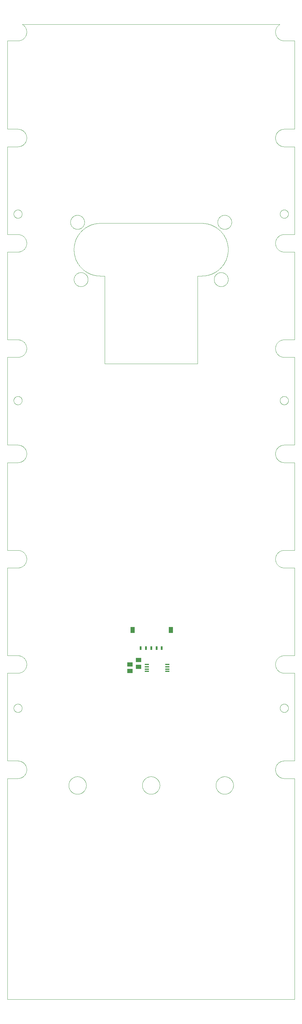
<source format=gbp>
G75*
%MOIN*%
%OFA0B0*%
%FSLAX25Y25*%
%IPPOS*%
%LPD*%
%AMOC8*
5,1,8,0,0,1.08239X$1,22.5*
%
%ADD10C,0.00394*%
%ADD11R,0.02362X0.03937*%
%ADD12R,0.04921X0.07087*%
%ADD13R,0.05906X0.05118*%
%ADD14R,0.04724X0.01378*%
D10*
X0102215Y0071072D02*
X0425050Y0071072D01*
X0425050Y0319015D01*
X0413239Y0319015D01*
X0413239Y0319014D02*
X0412999Y0319017D01*
X0412760Y0319026D01*
X0412521Y0319040D01*
X0412282Y0319061D01*
X0412043Y0319087D01*
X0411806Y0319119D01*
X0411569Y0319157D01*
X0411333Y0319200D01*
X0411099Y0319249D01*
X0410866Y0319304D01*
X0410634Y0319365D01*
X0410403Y0319431D01*
X0410175Y0319503D01*
X0409948Y0319581D01*
X0409723Y0319663D01*
X0409500Y0319752D01*
X0409279Y0319846D01*
X0409061Y0319945D01*
X0408845Y0320049D01*
X0408632Y0320159D01*
X0408422Y0320273D01*
X0408214Y0320393D01*
X0408009Y0320518D01*
X0407808Y0320648D01*
X0407610Y0320783D01*
X0407415Y0320922D01*
X0407223Y0321066D01*
X0407035Y0321215D01*
X0406851Y0321368D01*
X0406671Y0321526D01*
X0406494Y0321688D01*
X0406321Y0321855D01*
X0406153Y0322025D01*
X0405989Y0322200D01*
X0405829Y0322378D01*
X0405673Y0322561D01*
X0405522Y0322747D01*
X0405376Y0322937D01*
X0405234Y0323130D01*
X0405097Y0323326D01*
X0404964Y0323526D01*
X0404837Y0323729D01*
X0404715Y0323935D01*
X0404597Y0324145D01*
X0404485Y0324356D01*
X0404378Y0324571D01*
X0404276Y0324788D01*
X0404180Y0325007D01*
X0404089Y0325229D01*
X0404003Y0325453D01*
X0403923Y0325679D01*
X0403849Y0325907D01*
X0403780Y0326136D01*
X0403716Y0326367D01*
X0403658Y0326600D01*
X0403606Y0326834D01*
X0403560Y0327069D01*
X0403519Y0327305D01*
X0403484Y0327543D01*
X0403455Y0327780D01*
X0403432Y0328019D01*
X0403414Y0328258D01*
X0403403Y0328498D01*
X0403397Y0328737D01*
X0403397Y0328977D01*
X0403403Y0329216D01*
X0403414Y0329456D01*
X0403432Y0329695D01*
X0403455Y0329934D01*
X0403484Y0330171D01*
X0403519Y0330409D01*
X0403560Y0330645D01*
X0403606Y0330880D01*
X0403658Y0331114D01*
X0403716Y0331347D01*
X0403780Y0331578D01*
X0403849Y0331807D01*
X0403923Y0332035D01*
X0404003Y0332261D01*
X0404089Y0332485D01*
X0404180Y0332707D01*
X0404276Y0332926D01*
X0404378Y0333143D01*
X0404485Y0333358D01*
X0404597Y0333569D01*
X0404715Y0333779D01*
X0404837Y0333985D01*
X0404964Y0334188D01*
X0405097Y0334388D01*
X0405234Y0334584D01*
X0405376Y0334777D01*
X0405522Y0334967D01*
X0405673Y0335153D01*
X0405829Y0335336D01*
X0405989Y0335514D01*
X0406153Y0335689D01*
X0406321Y0335859D01*
X0406494Y0336026D01*
X0406671Y0336188D01*
X0406851Y0336346D01*
X0407035Y0336499D01*
X0407223Y0336648D01*
X0407415Y0336792D01*
X0407610Y0336931D01*
X0407808Y0337066D01*
X0408009Y0337196D01*
X0408214Y0337321D01*
X0408422Y0337441D01*
X0408632Y0337555D01*
X0408845Y0337665D01*
X0409061Y0337769D01*
X0409279Y0337868D01*
X0409500Y0337962D01*
X0409723Y0338051D01*
X0409948Y0338133D01*
X0410175Y0338211D01*
X0410403Y0338283D01*
X0410634Y0338349D01*
X0410866Y0338410D01*
X0411099Y0338465D01*
X0411333Y0338514D01*
X0411569Y0338557D01*
X0411806Y0338595D01*
X0412043Y0338627D01*
X0412282Y0338653D01*
X0412521Y0338674D01*
X0412760Y0338688D01*
X0412999Y0338697D01*
X0413239Y0338700D01*
X0425050Y0338700D01*
X0425050Y0437125D01*
X0413239Y0437125D01*
X0413239Y0437124D02*
X0412999Y0437127D01*
X0412760Y0437136D01*
X0412521Y0437150D01*
X0412282Y0437171D01*
X0412043Y0437197D01*
X0411806Y0437229D01*
X0411569Y0437267D01*
X0411333Y0437310D01*
X0411099Y0437359D01*
X0410866Y0437414D01*
X0410634Y0437475D01*
X0410403Y0437541D01*
X0410175Y0437613D01*
X0409948Y0437691D01*
X0409723Y0437773D01*
X0409500Y0437862D01*
X0409279Y0437956D01*
X0409061Y0438055D01*
X0408845Y0438159D01*
X0408632Y0438269D01*
X0408422Y0438383D01*
X0408214Y0438503D01*
X0408009Y0438628D01*
X0407808Y0438758D01*
X0407610Y0438893D01*
X0407415Y0439032D01*
X0407223Y0439176D01*
X0407035Y0439325D01*
X0406851Y0439478D01*
X0406671Y0439636D01*
X0406494Y0439798D01*
X0406321Y0439965D01*
X0406153Y0440135D01*
X0405989Y0440310D01*
X0405829Y0440488D01*
X0405673Y0440671D01*
X0405522Y0440857D01*
X0405376Y0441047D01*
X0405234Y0441240D01*
X0405097Y0441436D01*
X0404964Y0441636D01*
X0404837Y0441839D01*
X0404715Y0442045D01*
X0404597Y0442255D01*
X0404485Y0442466D01*
X0404378Y0442681D01*
X0404276Y0442898D01*
X0404180Y0443117D01*
X0404089Y0443339D01*
X0404003Y0443563D01*
X0403923Y0443789D01*
X0403849Y0444017D01*
X0403780Y0444246D01*
X0403716Y0444477D01*
X0403658Y0444710D01*
X0403606Y0444944D01*
X0403560Y0445179D01*
X0403519Y0445415D01*
X0403484Y0445653D01*
X0403455Y0445890D01*
X0403432Y0446129D01*
X0403414Y0446368D01*
X0403403Y0446608D01*
X0403397Y0446847D01*
X0403397Y0447087D01*
X0403403Y0447326D01*
X0403414Y0447566D01*
X0403432Y0447805D01*
X0403455Y0448044D01*
X0403484Y0448281D01*
X0403519Y0448519D01*
X0403560Y0448755D01*
X0403606Y0448990D01*
X0403658Y0449224D01*
X0403716Y0449457D01*
X0403780Y0449688D01*
X0403849Y0449917D01*
X0403923Y0450145D01*
X0404003Y0450371D01*
X0404089Y0450595D01*
X0404180Y0450817D01*
X0404276Y0451036D01*
X0404378Y0451253D01*
X0404485Y0451468D01*
X0404597Y0451679D01*
X0404715Y0451889D01*
X0404837Y0452095D01*
X0404964Y0452298D01*
X0405097Y0452498D01*
X0405234Y0452694D01*
X0405376Y0452887D01*
X0405522Y0453077D01*
X0405673Y0453263D01*
X0405829Y0453446D01*
X0405989Y0453624D01*
X0406153Y0453799D01*
X0406321Y0453969D01*
X0406494Y0454136D01*
X0406671Y0454298D01*
X0406851Y0454456D01*
X0407035Y0454609D01*
X0407223Y0454758D01*
X0407415Y0454902D01*
X0407610Y0455041D01*
X0407808Y0455176D01*
X0408009Y0455306D01*
X0408214Y0455431D01*
X0408422Y0455551D01*
X0408632Y0455665D01*
X0408845Y0455775D01*
X0409061Y0455879D01*
X0409279Y0455978D01*
X0409500Y0456072D01*
X0409723Y0456161D01*
X0409948Y0456243D01*
X0410175Y0456321D01*
X0410403Y0456393D01*
X0410634Y0456459D01*
X0410866Y0456520D01*
X0411099Y0456575D01*
X0411333Y0456624D01*
X0411569Y0456667D01*
X0411806Y0456705D01*
X0412043Y0456737D01*
X0412282Y0456763D01*
X0412521Y0456784D01*
X0412760Y0456798D01*
X0412999Y0456807D01*
X0413239Y0456810D01*
X0425050Y0456810D01*
X0425050Y0555235D01*
X0413239Y0555235D01*
X0412999Y0555238D01*
X0412760Y0555247D01*
X0412521Y0555261D01*
X0412282Y0555282D01*
X0412043Y0555308D01*
X0411806Y0555340D01*
X0411569Y0555378D01*
X0411333Y0555421D01*
X0411099Y0555470D01*
X0410866Y0555525D01*
X0410634Y0555586D01*
X0410403Y0555652D01*
X0410175Y0555724D01*
X0409948Y0555802D01*
X0409723Y0555884D01*
X0409500Y0555973D01*
X0409279Y0556067D01*
X0409061Y0556166D01*
X0408845Y0556270D01*
X0408632Y0556380D01*
X0408422Y0556494D01*
X0408214Y0556614D01*
X0408009Y0556739D01*
X0407808Y0556869D01*
X0407610Y0557004D01*
X0407415Y0557143D01*
X0407223Y0557287D01*
X0407035Y0557436D01*
X0406851Y0557589D01*
X0406671Y0557747D01*
X0406494Y0557909D01*
X0406321Y0558076D01*
X0406153Y0558246D01*
X0405989Y0558421D01*
X0405829Y0558599D01*
X0405673Y0558782D01*
X0405522Y0558968D01*
X0405376Y0559158D01*
X0405234Y0559351D01*
X0405097Y0559547D01*
X0404964Y0559747D01*
X0404837Y0559950D01*
X0404715Y0560157D01*
X0404597Y0560366D01*
X0404485Y0560577D01*
X0404378Y0560792D01*
X0404276Y0561009D01*
X0404180Y0561228D01*
X0404089Y0561450D01*
X0404003Y0561674D01*
X0403923Y0561900D01*
X0403849Y0562128D01*
X0403780Y0562357D01*
X0403716Y0562588D01*
X0403658Y0562821D01*
X0403606Y0563055D01*
X0403560Y0563290D01*
X0403519Y0563526D01*
X0403484Y0563764D01*
X0403455Y0564001D01*
X0403432Y0564240D01*
X0403414Y0564479D01*
X0403403Y0564719D01*
X0403397Y0564958D01*
X0403397Y0565198D01*
X0403403Y0565437D01*
X0403414Y0565677D01*
X0403432Y0565916D01*
X0403455Y0566155D01*
X0403484Y0566392D01*
X0403519Y0566630D01*
X0403560Y0566866D01*
X0403606Y0567101D01*
X0403658Y0567335D01*
X0403716Y0567568D01*
X0403780Y0567799D01*
X0403849Y0568028D01*
X0403923Y0568256D01*
X0404003Y0568482D01*
X0404089Y0568706D01*
X0404180Y0568928D01*
X0404276Y0569147D01*
X0404378Y0569364D01*
X0404485Y0569579D01*
X0404597Y0569790D01*
X0404715Y0570000D01*
X0404837Y0570206D01*
X0404964Y0570409D01*
X0405097Y0570609D01*
X0405234Y0570805D01*
X0405376Y0570998D01*
X0405522Y0571188D01*
X0405673Y0571374D01*
X0405829Y0571557D01*
X0405989Y0571735D01*
X0406153Y0571910D01*
X0406321Y0572080D01*
X0406494Y0572247D01*
X0406671Y0572409D01*
X0406851Y0572567D01*
X0407035Y0572720D01*
X0407223Y0572869D01*
X0407415Y0573013D01*
X0407610Y0573152D01*
X0407808Y0573287D01*
X0408009Y0573417D01*
X0408214Y0573542D01*
X0408422Y0573662D01*
X0408632Y0573776D01*
X0408845Y0573886D01*
X0409061Y0573990D01*
X0409279Y0574089D01*
X0409500Y0574183D01*
X0409723Y0574272D01*
X0409948Y0574354D01*
X0410175Y0574432D01*
X0410403Y0574504D01*
X0410634Y0574570D01*
X0410866Y0574631D01*
X0411099Y0574686D01*
X0411333Y0574735D01*
X0411569Y0574778D01*
X0411806Y0574816D01*
X0412043Y0574848D01*
X0412282Y0574874D01*
X0412521Y0574895D01*
X0412760Y0574909D01*
X0412999Y0574918D01*
X0413239Y0574921D01*
X0413239Y0574920D02*
X0425050Y0574920D01*
X0425050Y0673345D01*
X0413239Y0673345D01*
X0412999Y0673348D01*
X0412760Y0673357D01*
X0412521Y0673371D01*
X0412282Y0673392D01*
X0412043Y0673418D01*
X0411806Y0673450D01*
X0411569Y0673488D01*
X0411333Y0673531D01*
X0411099Y0673580D01*
X0410866Y0673635D01*
X0410634Y0673696D01*
X0410403Y0673762D01*
X0410175Y0673834D01*
X0409948Y0673912D01*
X0409723Y0673994D01*
X0409500Y0674083D01*
X0409279Y0674177D01*
X0409061Y0674276D01*
X0408845Y0674380D01*
X0408632Y0674490D01*
X0408422Y0674604D01*
X0408214Y0674724D01*
X0408009Y0674849D01*
X0407808Y0674979D01*
X0407610Y0675114D01*
X0407415Y0675253D01*
X0407223Y0675397D01*
X0407035Y0675546D01*
X0406851Y0675699D01*
X0406671Y0675857D01*
X0406494Y0676019D01*
X0406321Y0676186D01*
X0406153Y0676356D01*
X0405989Y0676531D01*
X0405829Y0676709D01*
X0405673Y0676892D01*
X0405522Y0677078D01*
X0405376Y0677268D01*
X0405234Y0677461D01*
X0405097Y0677657D01*
X0404964Y0677857D01*
X0404837Y0678060D01*
X0404715Y0678267D01*
X0404597Y0678476D01*
X0404485Y0678687D01*
X0404378Y0678902D01*
X0404276Y0679119D01*
X0404180Y0679338D01*
X0404089Y0679560D01*
X0404003Y0679784D01*
X0403923Y0680010D01*
X0403849Y0680238D01*
X0403780Y0680467D01*
X0403716Y0680698D01*
X0403658Y0680931D01*
X0403606Y0681165D01*
X0403560Y0681400D01*
X0403519Y0681636D01*
X0403484Y0681874D01*
X0403455Y0682111D01*
X0403432Y0682350D01*
X0403414Y0682589D01*
X0403403Y0682829D01*
X0403397Y0683068D01*
X0403397Y0683308D01*
X0403403Y0683547D01*
X0403414Y0683787D01*
X0403432Y0684026D01*
X0403455Y0684265D01*
X0403484Y0684502D01*
X0403519Y0684740D01*
X0403560Y0684976D01*
X0403606Y0685211D01*
X0403658Y0685445D01*
X0403716Y0685678D01*
X0403780Y0685909D01*
X0403849Y0686138D01*
X0403923Y0686366D01*
X0404003Y0686592D01*
X0404089Y0686816D01*
X0404180Y0687038D01*
X0404276Y0687257D01*
X0404378Y0687474D01*
X0404485Y0687689D01*
X0404597Y0687900D01*
X0404715Y0688110D01*
X0404837Y0688316D01*
X0404964Y0688519D01*
X0405097Y0688719D01*
X0405234Y0688915D01*
X0405376Y0689108D01*
X0405522Y0689298D01*
X0405673Y0689484D01*
X0405829Y0689667D01*
X0405989Y0689845D01*
X0406153Y0690020D01*
X0406321Y0690190D01*
X0406494Y0690357D01*
X0406671Y0690519D01*
X0406851Y0690677D01*
X0407035Y0690830D01*
X0407223Y0690979D01*
X0407415Y0691123D01*
X0407610Y0691262D01*
X0407808Y0691397D01*
X0408009Y0691527D01*
X0408214Y0691652D01*
X0408422Y0691772D01*
X0408632Y0691886D01*
X0408845Y0691996D01*
X0409061Y0692100D01*
X0409279Y0692199D01*
X0409500Y0692293D01*
X0409723Y0692382D01*
X0409948Y0692464D01*
X0410175Y0692542D01*
X0410403Y0692614D01*
X0410634Y0692680D01*
X0410866Y0692741D01*
X0411099Y0692796D01*
X0411333Y0692845D01*
X0411569Y0692888D01*
X0411806Y0692926D01*
X0412043Y0692958D01*
X0412282Y0692984D01*
X0412521Y0693005D01*
X0412760Y0693019D01*
X0412999Y0693028D01*
X0413239Y0693031D01*
X0413239Y0693030D02*
X0425050Y0693030D01*
X0425050Y0791456D01*
X0413239Y0791456D01*
X0413239Y0791455D02*
X0412999Y0791458D01*
X0412760Y0791467D01*
X0412521Y0791481D01*
X0412282Y0791502D01*
X0412043Y0791528D01*
X0411806Y0791560D01*
X0411569Y0791598D01*
X0411333Y0791641D01*
X0411099Y0791690D01*
X0410866Y0791745D01*
X0410634Y0791806D01*
X0410403Y0791872D01*
X0410175Y0791944D01*
X0409948Y0792022D01*
X0409723Y0792104D01*
X0409500Y0792193D01*
X0409279Y0792287D01*
X0409061Y0792386D01*
X0408845Y0792490D01*
X0408632Y0792600D01*
X0408422Y0792714D01*
X0408214Y0792834D01*
X0408009Y0792959D01*
X0407808Y0793089D01*
X0407610Y0793224D01*
X0407415Y0793363D01*
X0407223Y0793507D01*
X0407035Y0793656D01*
X0406851Y0793809D01*
X0406671Y0793967D01*
X0406494Y0794129D01*
X0406321Y0794296D01*
X0406153Y0794466D01*
X0405989Y0794641D01*
X0405829Y0794819D01*
X0405673Y0795002D01*
X0405522Y0795188D01*
X0405376Y0795378D01*
X0405234Y0795571D01*
X0405097Y0795767D01*
X0404964Y0795967D01*
X0404837Y0796170D01*
X0404715Y0796377D01*
X0404597Y0796586D01*
X0404485Y0796797D01*
X0404378Y0797012D01*
X0404276Y0797229D01*
X0404180Y0797448D01*
X0404089Y0797670D01*
X0404003Y0797894D01*
X0403923Y0798120D01*
X0403849Y0798348D01*
X0403780Y0798577D01*
X0403716Y0798808D01*
X0403658Y0799041D01*
X0403606Y0799275D01*
X0403560Y0799510D01*
X0403519Y0799746D01*
X0403484Y0799984D01*
X0403455Y0800221D01*
X0403432Y0800460D01*
X0403414Y0800699D01*
X0403403Y0800939D01*
X0403397Y0801178D01*
X0403397Y0801418D01*
X0403403Y0801657D01*
X0403414Y0801897D01*
X0403432Y0802136D01*
X0403455Y0802375D01*
X0403484Y0802612D01*
X0403519Y0802850D01*
X0403560Y0803086D01*
X0403606Y0803321D01*
X0403658Y0803555D01*
X0403716Y0803788D01*
X0403780Y0804019D01*
X0403849Y0804248D01*
X0403923Y0804476D01*
X0404003Y0804702D01*
X0404089Y0804926D01*
X0404180Y0805148D01*
X0404276Y0805367D01*
X0404378Y0805584D01*
X0404485Y0805799D01*
X0404597Y0806010D01*
X0404715Y0806220D01*
X0404837Y0806426D01*
X0404964Y0806629D01*
X0405097Y0806829D01*
X0405234Y0807025D01*
X0405376Y0807218D01*
X0405522Y0807408D01*
X0405673Y0807594D01*
X0405829Y0807777D01*
X0405989Y0807955D01*
X0406153Y0808130D01*
X0406321Y0808300D01*
X0406494Y0808467D01*
X0406671Y0808629D01*
X0406851Y0808787D01*
X0407035Y0808940D01*
X0407223Y0809089D01*
X0407415Y0809233D01*
X0407610Y0809372D01*
X0407808Y0809507D01*
X0408009Y0809637D01*
X0408214Y0809762D01*
X0408422Y0809882D01*
X0408632Y0809996D01*
X0408845Y0810106D01*
X0409061Y0810210D01*
X0409279Y0810309D01*
X0409500Y0810403D01*
X0409723Y0810492D01*
X0409948Y0810574D01*
X0410175Y0810652D01*
X0410403Y0810724D01*
X0410634Y0810790D01*
X0410866Y0810851D01*
X0411099Y0810906D01*
X0411333Y0810955D01*
X0411569Y0810998D01*
X0411806Y0811036D01*
X0412043Y0811068D01*
X0412282Y0811094D01*
X0412521Y0811115D01*
X0412760Y0811129D01*
X0412999Y0811138D01*
X0413239Y0811141D01*
X0425050Y0811141D01*
X0425050Y0909566D01*
X0413239Y0909566D01*
X0413239Y0909565D02*
X0412999Y0909568D01*
X0412760Y0909577D01*
X0412521Y0909591D01*
X0412282Y0909612D01*
X0412043Y0909638D01*
X0411806Y0909670D01*
X0411569Y0909708D01*
X0411333Y0909751D01*
X0411099Y0909800D01*
X0410866Y0909855D01*
X0410634Y0909916D01*
X0410403Y0909982D01*
X0410175Y0910054D01*
X0409948Y0910132D01*
X0409723Y0910214D01*
X0409500Y0910303D01*
X0409279Y0910397D01*
X0409061Y0910496D01*
X0408845Y0910600D01*
X0408632Y0910710D01*
X0408422Y0910824D01*
X0408214Y0910944D01*
X0408009Y0911069D01*
X0407808Y0911199D01*
X0407610Y0911334D01*
X0407415Y0911473D01*
X0407223Y0911617D01*
X0407035Y0911766D01*
X0406851Y0911919D01*
X0406671Y0912077D01*
X0406494Y0912239D01*
X0406321Y0912406D01*
X0406153Y0912576D01*
X0405989Y0912751D01*
X0405829Y0912929D01*
X0405673Y0913112D01*
X0405522Y0913298D01*
X0405376Y0913488D01*
X0405234Y0913681D01*
X0405097Y0913877D01*
X0404964Y0914077D01*
X0404837Y0914280D01*
X0404715Y0914487D01*
X0404597Y0914696D01*
X0404485Y0914907D01*
X0404378Y0915122D01*
X0404276Y0915339D01*
X0404180Y0915558D01*
X0404089Y0915780D01*
X0404003Y0916004D01*
X0403923Y0916230D01*
X0403849Y0916458D01*
X0403780Y0916687D01*
X0403716Y0916918D01*
X0403658Y0917151D01*
X0403606Y0917385D01*
X0403560Y0917620D01*
X0403519Y0917856D01*
X0403484Y0918094D01*
X0403455Y0918331D01*
X0403432Y0918570D01*
X0403414Y0918809D01*
X0403403Y0919049D01*
X0403397Y0919288D01*
X0403397Y0919528D01*
X0403403Y0919767D01*
X0403414Y0920007D01*
X0403432Y0920246D01*
X0403455Y0920485D01*
X0403484Y0920722D01*
X0403519Y0920960D01*
X0403560Y0921196D01*
X0403606Y0921431D01*
X0403658Y0921665D01*
X0403716Y0921898D01*
X0403780Y0922129D01*
X0403849Y0922358D01*
X0403923Y0922586D01*
X0404003Y0922812D01*
X0404089Y0923036D01*
X0404180Y0923258D01*
X0404276Y0923477D01*
X0404378Y0923694D01*
X0404485Y0923909D01*
X0404597Y0924120D01*
X0404715Y0924330D01*
X0404837Y0924536D01*
X0404964Y0924739D01*
X0405097Y0924939D01*
X0405234Y0925135D01*
X0405376Y0925328D01*
X0405522Y0925518D01*
X0405673Y0925704D01*
X0405829Y0925887D01*
X0405989Y0926065D01*
X0406153Y0926240D01*
X0406321Y0926410D01*
X0406494Y0926577D01*
X0406671Y0926739D01*
X0406851Y0926897D01*
X0407035Y0927050D01*
X0407223Y0927199D01*
X0407415Y0927343D01*
X0407610Y0927482D01*
X0407808Y0927617D01*
X0408009Y0927747D01*
X0408214Y0927872D01*
X0408422Y0927992D01*
X0408632Y0928106D01*
X0408845Y0928216D01*
X0409061Y0928320D01*
X0409279Y0928419D01*
X0409500Y0928513D01*
X0409723Y0928602D01*
X0409948Y0928684D01*
X0410175Y0928762D01*
X0410403Y0928834D01*
X0410634Y0928900D01*
X0410866Y0928961D01*
X0411099Y0929016D01*
X0411333Y0929065D01*
X0411569Y0929108D01*
X0411806Y0929146D01*
X0412043Y0929178D01*
X0412282Y0929204D01*
X0412521Y0929225D01*
X0412760Y0929239D01*
X0412999Y0929248D01*
X0413239Y0929251D01*
X0425050Y0929251D01*
X0425050Y1027676D01*
X0413239Y1027676D01*
X0412999Y1027679D01*
X0412760Y1027688D01*
X0412521Y1027702D01*
X0412282Y1027723D01*
X0412043Y1027749D01*
X0411806Y1027781D01*
X0411569Y1027819D01*
X0411333Y1027862D01*
X0411099Y1027911D01*
X0410866Y1027966D01*
X0410634Y1028027D01*
X0410403Y1028093D01*
X0410175Y1028165D01*
X0409948Y1028243D01*
X0409723Y1028325D01*
X0409500Y1028414D01*
X0409279Y1028508D01*
X0409061Y1028607D01*
X0408845Y1028711D01*
X0408632Y1028821D01*
X0408422Y1028935D01*
X0408214Y1029055D01*
X0408009Y1029180D01*
X0407808Y1029310D01*
X0407610Y1029445D01*
X0407415Y1029584D01*
X0407223Y1029728D01*
X0407035Y1029877D01*
X0406851Y1030030D01*
X0406671Y1030188D01*
X0406494Y1030350D01*
X0406321Y1030517D01*
X0406153Y1030687D01*
X0405989Y1030862D01*
X0405829Y1031040D01*
X0405673Y1031223D01*
X0405522Y1031409D01*
X0405376Y1031599D01*
X0405234Y1031792D01*
X0405097Y1031988D01*
X0404964Y1032188D01*
X0404837Y1032391D01*
X0404715Y1032598D01*
X0404597Y1032807D01*
X0404485Y1033018D01*
X0404378Y1033233D01*
X0404276Y1033450D01*
X0404180Y1033669D01*
X0404089Y1033891D01*
X0404003Y1034115D01*
X0403923Y1034341D01*
X0403849Y1034569D01*
X0403780Y1034798D01*
X0403716Y1035029D01*
X0403658Y1035262D01*
X0403606Y1035496D01*
X0403560Y1035731D01*
X0403519Y1035967D01*
X0403484Y1036205D01*
X0403455Y1036442D01*
X0403432Y1036681D01*
X0403414Y1036920D01*
X0403403Y1037160D01*
X0403397Y1037399D01*
X0403397Y1037639D01*
X0403403Y1037878D01*
X0403414Y1038118D01*
X0403432Y1038357D01*
X0403455Y1038596D01*
X0403484Y1038833D01*
X0403519Y1039071D01*
X0403560Y1039307D01*
X0403606Y1039542D01*
X0403658Y1039776D01*
X0403716Y1040009D01*
X0403780Y1040240D01*
X0403849Y1040469D01*
X0403923Y1040697D01*
X0404003Y1040923D01*
X0404089Y1041147D01*
X0404180Y1041369D01*
X0404276Y1041588D01*
X0404378Y1041805D01*
X0404485Y1042020D01*
X0404597Y1042231D01*
X0404715Y1042441D01*
X0404837Y1042647D01*
X0404964Y1042850D01*
X0405097Y1043050D01*
X0405234Y1043246D01*
X0405376Y1043439D01*
X0405522Y1043629D01*
X0405673Y1043815D01*
X0405829Y1043998D01*
X0405989Y1044176D01*
X0406153Y1044351D01*
X0406321Y1044521D01*
X0406494Y1044688D01*
X0406671Y1044850D01*
X0406851Y1045008D01*
X0407035Y1045161D01*
X0407223Y1045310D01*
X0407415Y1045454D01*
X0407610Y1045593D01*
X0407808Y1045728D01*
X0408009Y1045858D01*
X0408214Y1045983D01*
X0408422Y1046103D01*
X0408632Y1046217D01*
X0408845Y1046327D01*
X0409061Y1046431D01*
X0409279Y1046530D01*
X0409500Y1046624D01*
X0409723Y1046713D01*
X0409948Y1046795D01*
X0410175Y1046873D01*
X0410403Y1046945D01*
X0410634Y1047011D01*
X0410866Y1047072D01*
X0411099Y1047127D01*
X0411333Y1047176D01*
X0411569Y1047219D01*
X0411806Y1047257D01*
X0412043Y1047289D01*
X0412282Y1047315D01*
X0412521Y1047336D01*
X0412760Y1047350D01*
X0412999Y1047359D01*
X0413239Y1047362D01*
X0413239Y1047361D02*
X0425050Y1047361D01*
X0425050Y1146466D01*
X0413239Y1146466D01*
X0413239Y1146465D02*
X0412999Y1146468D01*
X0412760Y1146477D01*
X0412520Y1146491D01*
X0412282Y1146512D01*
X0412043Y1146538D01*
X0411806Y1146570D01*
X0411569Y1146608D01*
X0411333Y1146651D01*
X0411099Y1146701D01*
X0410865Y1146756D01*
X0410633Y1146816D01*
X0410403Y1146882D01*
X0410174Y1146954D01*
X0409947Y1147032D01*
X0409722Y1147115D01*
X0409500Y1147203D01*
X0409279Y1147297D01*
X0409061Y1147396D01*
X0408845Y1147500D01*
X0408632Y1147610D01*
X0408421Y1147725D01*
X0408214Y1147845D01*
X0408009Y1147969D01*
X0407807Y1148099D01*
X0407609Y1148234D01*
X0407414Y1148373D01*
X0407223Y1148518D01*
X0407035Y1148667D01*
X0406851Y1148820D01*
X0406670Y1148978D01*
X0406494Y1149140D01*
X0406321Y1149306D01*
X0406152Y1149477D01*
X0405988Y1149651D01*
X0405828Y1149830D01*
X0405673Y1150012D01*
X0405522Y1150198D01*
X0405375Y1150388D01*
X0405233Y1150581D01*
X0405096Y1150778D01*
X0404964Y1150978D01*
X0404837Y1151181D01*
X0404714Y1151387D01*
X0404597Y1151596D01*
X0404485Y1151808D01*
X0404378Y1152023D01*
X0404276Y1152240D01*
X0404180Y1152459D01*
X0404089Y1152681D01*
X0404003Y1152905D01*
X0403923Y1153131D01*
X0403848Y1153359D01*
X0403779Y1153588D01*
X0403716Y1153820D01*
X0403658Y1154052D01*
X0403606Y1154286D01*
X0403559Y1154521D01*
X0403519Y1154758D01*
X0403484Y1154995D01*
X0403455Y1155233D01*
X0403432Y1155471D01*
X0403414Y1155710D01*
X0403403Y1155950D01*
X0403397Y1156190D01*
X0403397Y1156429D01*
X0403403Y1156669D01*
X0403414Y1156908D01*
X0403432Y1157148D01*
X0403455Y1157386D01*
X0403484Y1157624D01*
X0403519Y1157861D01*
X0403560Y1158097D01*
X0403606Y1158333D01*
X0403659Y1158567D01*
X0403716Y1158799D01*
X0403780Y1159030D01*
X0403849Y1159260D01*
X0403924Y1159488D01*
X0404004Y1159714D01*
X0404090Y1159938D01*
X0404181Y1160159D01*
X0404277Y1160379D01*
X0404379Y1160596D01*
X0404486Y1160810D01*
X0404598Y1161022D01*
X0404716Y1161231D01*
X0404838Y1161437D01*
X0404966Y1161640D01*
X0405098Y1161840D01*
X0405235Y1162037D01*
X0405377Y1162230D01*
X0405523Y1162420D01*
X0405675Y1162606D01*
X0405830Y1162788D01*
X0405990Y1162967D01*
X0406155Y1163141D01*
X0406323Y1163312D01*
X0406496Y1163478D01*
X0406672Y1163640D01*
X0406853Y1163798D01*
X0407037Y1163951D01*
X0407225Y1164100D01*
X0407417Y1164244D01*
X0407612Y1164384D01*
X0407810Y1164518D01*
X0408011Y1164648D01*
X0408216Y1164773D01*
X0119049Y1164773D01*
X0119254Y1164648D01*
X0119455Y1164518D01*
X0119653Y1164384D01*
X0119848Y1164244D01*
X0120040Y1164100D01*
X0120228Y1163951D01*
X0120412Y1163798D01*
X0120593Y1163640D01*
X0120769Y1163478D01*
X0120942Y1163312D01*
X0121110Y1163141D01*
X0121275Y1162967D01*
X0121435Y1162788D01*
X0121590Y1162606D01*
X0121742Y1162420D01*
X0121888Y1162230D01*
X0122030Y1162037D01*
X0122167Y1161840D01*
X0122299Y1161640D01*
X0122427Y1161437D01*
X0122549Y1161231D01*
X0122667Y1161022D01*
X0122779Y1160810D01*
X0122886Y1160596D01*
X0122988Y1160379D01*
X0123084Y1160159D01*
X0123175Y1159938D01*
X0123261Y1159714D01*
X0123341Y1159488D01*
X0123416Y1159260D01*
X0123485Y1159030D01*
X0123549Y1158799D01*
X0123606Y1158567D01*
X0123659Y1158333D01*
X0123705Y1158097D01*
X0123746Y1157861D01*
X0123781Y1157624D01*
X0123810Y1157386D01*
X0123833Y1157148D01*
X0123851Y1156908D01*
X0123862Y1156669D01*
X0123868Y1156429D01*
X0123868Y1156190D01*
X0123862Y1155950D01*
X0123851Y1155710D01*
X0123833Y1155471D01*
X0123810Y1155233D01*
X0123781Y1154995D01*
X0123746Y1154758D01*
X0123706Y1154521D01*
X0123659Y1154286D01*
X0123607Y1154052D01*
X0123549Y1153820D01*
X0123486Y1153588D01*
X0123417Y1153359D01*
X0123342Y1153131D01*
X0123262Y1152905D01*
X0123176Y1152681D01*
X0123085Y1152459D01*
X0122989Y1152240D01*
X0122887Y1152023D01*
X0122780Y1151808D01*
X0122668Y1151596D01*
X0122551Y1151387D01*
X0122428Y1151181D01*
X0122301Y1150978D01*
X0122169Y1150778D01*
X0122032Y1150581D01*
X0121890Y1150388D01*
X0121743Y1150198D01*
X0121592Y1150012D01*
X0121437Y1149830D01*
X0121277Y1149651D01*
X0121113Y1149477D01*
X0120944Y1149306D01*
X0120771Y1149140D01*
X0120595Y1148978D01*
X0120414Y1148820D01*
X0120230Y1148667D01*
X0120042Y1148518D01*
X0119851Y1148373D01*
X0119656Y1148234D01*
X0119458Y1148099D01*
X0119256Y1147969D01*
X0119051Y1147845D01*
X0118844Y1147725D01*
X0118633Y1147610D01*
X0118420Y1147500D01*
X0118204Y1147396D01*
X0117986Y1147297D01*
X0117765Y1147203D01*
X0117543Y1147115D01*
X0117318Y1147032D01*
X0117091Y1146954D01*
X0116862Y1146882D01*
X0116632Y1146816D01*
X0116400Y1146756D01*
X0116166Y1146701D01*
X0115932Y1146651D01*
X0115696Y1146608D01*
X0115459Y1146570D01*
X0115222Y1146538D01*
X0114983Y1146512D01*
X0114745Y1146491D01*
X0114505Y1146477D01*
X0114266Y1146468D01*
X0114026Y1146465D01*
X0114026Y1146466D02*
X0102215Y1146466D01*
X0102215Y1047361D01*
X0114026Y1047361D01*
X0114026Y1047362D02*
X0114266Y1047359D01*
X0114505Y1047350D01*
X0114744Y1047336D01*
X0114983Y1047315D01*
X0115222Y1047289D01*
X0115459Y1047257D01*
X0115696Y1047219D01*
X0115932Y1047176D01*
X0116166Y1047127D01*
X0116399Y1047072D01*
X0116631Y1047011D01*
X0116862Y1046945D01*
X0117090Y1046873D01*
X0117317Y1046795D01*
X0117542Y1046713D01*
X0117765Y1046624D01*
X0117986Y1046530D01*
X0118204Y1046431D01*
X0118420Y1046327D01*
X0118633Y1046217D01*
X0118843Y1046103D01*
X0119051Y1045983D01*
X0119256Y1045858D01*
X0119457Y1045728D01*
X0119655Y1045593D01*
X0119850Y1045454D01*
X0120042Y1045310D01*
X0120230Y1045161D01*
X0120414Y1045008D01*
X0120594Y1044850D01*
X0120771Y1044688D01*
X0120944Y1044521D01*
X0121112Y1044351D01*
X0121276Y1044176D01*
X0121436Y1043998D01*
X0121592Y1043815D01*
X0121743Y1043629D01*
X0121889Y1043439D01*
X0122031Y1043246D01*
X0122168Y1043050D01*
X0122301Y1042850D01*
X0122428Y1042647D01*
X0122550Y1042441D01*
X0122668Y1042231D01*
X0122780Y1042020D01*
X0122887Y1041805D01*
X0122989Y1041588D01*
X0123085Y1041369D01*
X0123176Y1041147D01*
X0123262Y1040923D01*
X0123342Y1040697D01*
X0123416Y1040469D01*
X0123485Y1040240D01*
X0123549Y1040009D01*
X0123607Y1039776D01*
X0123659Y1039542D01*
X0123705Y1039307D01*
X0123746Y1039071D01*
X0123781Y1038833D01*
X0123810Y1038596D01*
X0123833Y1038357D01*
X0123851Y1038118D01*
X0123862Y1037878D01*
X0123868Y1037639D01*
X0123868Y1037399D01*
X0123862Y1037160D01*
X0123851Y1036920D01*
X0123833Y1036681D01*
X0123810Y1036442D01*
X0123781Y1036205D01*
X0123746Y1035967D01*
X0123705Y1035731D01*
X0123659Y1035496D01*
X0123607Y1035262D01*
X0123549Y1035029D01*
X0123485Y1034798D01*
X0123416Y1034569D01*
X0123342Y1034341D01*
X0123262Y1034115D01*
X0123176Y1033891D01*
X0123085Y1033669D01*
X0122989Y1033450D01*
X0122887Y1033233D01*
X0122780Y1033018D01*
X0122668Y1032807D01*
X0122550Y1032598D01*
X0122428Y1032391D01*
X0122301Y1032188D01*
X0122168Y1031988D01*
X0122031Y1031792D01*
X0121889Y1031599D01*
X0121743Y1031409D01*
X0121592Y1031223D01*
X0121436Y1031040D01*
X0121276Y1030862D01*
X0121112Y1030687D01*
X0120944Y1030517D01*
X0120771Y1030350D01*
X0120594Y1030188D01*
X0120414Y1030030D01*
X0120230Y1029877D01*
X0120042Y1029728D01*
X0119850Y1029584D01*
X0119655Y1029445D01*
X0119457Y1029310D01*
X0119256Y1029180D01*
X0119051Y1029055D01*
X0118843Y1028935D01*
X0118633Y1028821D01*
X0118420Y1028711D01*
X0118204Y1028607D01*
X0117986Y1028508D01*
X0117765Y1028414D01*
X0117542Y1028325D01*
X0117317Y1028243D01*
X0117090Y1028165D01*
X0116862Y1028093D01*
X0116631Y1028027D01*
X0116399Y1027966D01*
X0116166Y1027911D01*
X0115932Y1027862D01*
X0115696Y1027819D01*
X0115459Y1027781D01*
X0115222Y1027749D01*
X0114983Y1027723D01*
X0114744Y1027702D01*
X0114505Y1027688D01*
X0114266Y1027679D01*
X0114026Y1027676D01*
X0102215Y1027676D01*
X0102215Y0929251D01*
X0114026Y0929251D01*
X0114266Y0929248D01*
X0114505Y0929239D01*
X0114744Y0929225D01*
X0114983Y0929204D01*
X0115222Y0929178D01*
X0115459Y0929146D01*
X0115696Y0929108D01*
X0115932Y0929065D01*
X0116166Y0929016D01*
X0116399Y0928961D01*
X0116631Y0928900D01*
X0116862Y0928834D01*
X0117090Y0928762D01*
X0117317Y0928684D01*
X0117542Y0928602D01*
X0117765Y0928513D01*
X0117986Y0928419D01*
X0118204Y0928320D01*
X0118420Y0928216D01*
X0118633Y0928106D01*
X0118843Y0927992D01*
X0119051Y0927872D01*
X0119256Y0927747D01*
X0119457Y0927617D01*
X0119655Y0927482D01*
X0119850Y0927343D01*
X0120042Y0927199D01*
X0120230Y0927050D01*
X0120414Y0926897D01*
X0120594Y0926739D01*
X0120771Y0926577D01*
X0120944Y0926410D01*
X0121112Y0926240D01*
X0121276Y0926065D01*
X0121436Y0925887D01*
X0121592Y0925704D01*
X0121743Y0925518D01*
X0121889Y0925328D01*
X0122031Y0925135D01*
X0122168Y0924939D01*
X0122301Y0924739D01*
X0122428Y0924536D01*
X0122550Y0924330D01*
X0122668Y0924120D01*
X0122780Y0923909D01*
X0122887Y0923694D01*
X0122989Y0923477D01*
X0123085Y0923258D01*
X0123176Y0923036D01*
X0123262Y0922812D01*
X0123342Y0922586D01*
X0123416Y0922358D01*
X0123485Y0922129D01*
X0123549Y0921898D01*
X0123607Y0921665D01*
X0123659Y0921431D01*
X0123705Y0921196D01*
X0123746Y0920960D01*
X0123781Y0920722D01*
X0123810Y0920485D01*
X0123833Y0920246D01*
X0123851Y0920007D01*
X0123862Y0919767D01*
X0123868Y0919528D01*
X0123868Y0919288D01*
X0123862Y0919049D01*
X0123851Y0918809D01*
X0123833Y0918570D01*
X0123810Y0918331D01*
X0123781Y0918094D01*
X0123746Y0917856D01*
X0123705Y0917620D01*
X0123659Y0917385D01*
X0123607Y0917151D01*
X0123549Y0916918D01*
X0123485Y0916687D01*
X0123416Y0916458D01*
X0123342Y0916230D01*
X0123262Y0916004D01*
X0123176Y0915780D01*
X0123085Y0915558D01*
X0122989Y0915339D01*
X0122887Y0915122D01*
X0122780Y0914907D01*
X0122668Y0914696D01*
X0122550Y0914487D01*
X0122428Y0914280D01*
X0122301Y0914077D01*
X0122168Y0913877D01*
X0122031Y0913681D01*
X0121889Y0913488D01*
X0121743Y0913298D01*
X0121592Y0913112D01*
X0121436Y0912929D01*
X0121276Y0912751D01*
X0121112Y0912576D01*
X0120944Y0912406D01*
X0120771Y0912239D01*
X0120594Y0912077D01*
X0120414Y0911919D01*
X0120230Y0911766D01*
X0120042Y0911617D01*
X0119850Y0911473D01*
X0119655Y0911334D01*
X0119457Y0911199D01*
X0119256Y0911069D01*
X0119051Y0910944D01*
X0118843Y0910824D01*
X0118633Y0910710D01*
X0118420Y0910600D01*
X0118204Y0910496D01*
X0117986Y0910397D01*
X0117765Y0910303D01*
X0117542Y0910214D01*
X0117317Y0910132D01*
X0117090Y0910054D01*
X0116862Y0909982D01*
X0116631Y0909916D01*
X0116399Y0909855D01*
X0116166Y0909800D01*
X0115932Y0909751D01*
X0115696Y0909708D01*
X0115459Y0909670D01*
X0115222Y0909638D01*
X0114983Y0909612D01*
X0114744Y0909591D01*
X0114505Y0909577D01*
X0114266Y0909568D01*
X0114026Y0909565D01*
X0114026Y0909566D02*
X0102215Y0909566D01*
X0102215Y0811141D01*
X0114026Y0811141D01*
X0114266Y0811138D01*
X0114505Y0811129D01*
X0114744Y0811115D01*
X0114983Y0811094D01*
X0115222Y0811068D01*
X0115459Y0811036D01*
X0115696Y0810998D01*
X0115932Y0810955D01*
X0116166Y0810906D01*
X0116399Y0810851D01*
X0116631Y0810790D01*
X0116862Y0810724D01*
X0117090Y0810652D01*
X0117317Y0810574D01*
X0117542Y0810492D01*
X0117765Y0810403D01*
X0117986Y0810309D01*
X0118204Y0810210D01*
X0118420Y0810106D01*
X0118633Y0809996D01*
X0118843Y0809882D01*
X0119051Y0809762D01*
X0119256Y0809637D01*
X0119457Y0809507D01*
X0119655Y0809372D01*
X0119850Y0809233D01*
X0120042Y0809089D01*
X0120230Y0808940D01*
X0120414Y0808787D01*
X0120594Y0808629D01*
X0120771Y0808467D01*
X0120944Y0808300D01*
X0121112Y0808130D01*
X0121276Y0807955D01*
X0121436Y0807777D01*
X0121592Y0807594D01*
X0121743Y0807408D01*
X0121889Y0807218D01*
X0122031Y0807025D01*
X0122168Y0806829D01*
X0122301Y0806629D01*
X0122428Y0806426D01*
X0122550Y0806220D01*
X0122668Y0806010D01*
X0122780Y0805799D01*
X0122887Y0805584D01*
X0122989Y0805367D01*
X0123085Y0805148D01*
X0123176Y0804926D01*
X0123262Y0804702D01*
X0123342Y0804476D01*
X0123416Y0804248D01*
X0123485Y0804019D01*
X0123549Y0803788D01*
X0123607Y0803555D01*
X0123659Y0803321D01*
X0123705Y0803086D01*
X0123746Y0802850D01*
X0123781Y0802612D01*
X0123810Y0802375D01*
X0123833Y0802136D01*
X0123851Y0801897D01*
X0123862Y0801657D01*
X0123868Y0801418D01*
X0123868Y0801178D01*
X0123862Y0800939D01*
X0123851Y0800699D01*
X0123833Y0800460D01*
X0123810Y0800221D01*
X0123781Y0799984D01*
X0123746Y0799746D01*
X0123705Y0799510D01*
X0123659Y0799275D01*
X0123607Y0799041D01*
X0123549Y0798808D01*
X0123485Y0798577D01*
X0123416Y0798348D01*
X0123342Y0798120D01*
X0123262Y0797894D01*
X0123176Y0797670D01*
X0123085Y0797448D01*
X0122989Y0797229D01*
X0122887Y0797012D01*
X0122780Y0796797D01*
X0122668Y0796586D01*
X0122550Y0796377D01*
X0122428Y0796170D01*
X0122301Y0795967D01*
X0122168Y0795767D01*
X0122031Y0795571D01*
X0121889Y0795378D01*
X0121743Y0795188D01*
X0121592Y0795002D01*
X0121436Y0794819D01*
X0121276Y0794641D01*
X0121112Y0794466D01*
X0120944Y0794296D01*
X0120771Y0794129D01*
X0120594Y0793967D01*
X0120414Y0793809D01*
X0120230Y0793656D01*
X0120042Y0793507D01*
X0119850Y0793363D01*
X0119655Y0793224D01*
X0119457Y0793089D01*
X0119256Y0792959D01*
X0119051Y0792834D01*
X0118843Y0792714D01*
X0118633Y0792600D01*
X0118420Y0792490D01*
X0118204Y0792386D01*
X0117986Y0792287D01*
X0117765Y0792193D01*
X0117542Y0792104D01*
X0117317Y0792022D01*
X0117090Y0791944D01*
X0116862Y0791872D01*
X0116631Y0791806D01*
X0116399Y0791745D01*
X0116166Y0791690D01*
X0115932Y0791641D01*
X0115696Y0791598D01*
X0115459Y0791560D01*
X0115222Y0791528D01*
X0114983Y0791502D01*
X0114744Y0791481D01*
X0114505Y0791467D01*
X0114266Y0791458D01*
X0114026Y0791455D01*
X0114026Y0791456D02*
X0102215Y0791456D01*
X0102215Y0693030D01*
X0114026Y0693030D01*
X0114026Y0693031D02*
X0114266Y0693028D01*
X0114505Y0693019D01*
X0114744Y0693005D01*
X0114983Y0692984D01*
X0115222Y0692958D01*
X0115459Y0692926D01*
X0115696Y0692888D01*
X0115932Y0692845D01*
X0116166Y0692796D01*
X0116399Y0692741D01*
X0116631Y0692680D01*
X0116862Y0692614D01*
X0117090Y0692542D01*
X0117317Y0692464D01*
X0117542Y0692382D01*
X0117765Y0692293D01*
X0117986Y0692199D01*
X0118204Y0692100D01*
X0118420Y0691996D01*
X0118633Y0691886D01*
X0118843Y0691772D01*
X0119051Y0691652D01*
X0119256Y0691527D01*
X0119457Y0691397D01*
X0119655Y0691262D01*
X0119850Y0691123D01*
X0120042Y0690979D01*
X0120230Y0690830D01*
X0120414Y0690677D01*
X0120594Y0690519D01*
X0120771Y0690357D01*
X0120944Y0690190D01*
X0121112Y0690020D01*
X0121276Y0689845D01*
X0121436Y0689667D01*
X0121592Y0689484D01*
X0121743Y0689298D01*
X0121889Y0689108D01*
X0122031Y0688915D01*
X0122168Y0688719D01*
X0122301Y0688519D01*
X0122428Y0688316D01*
X0122550Y0688110D01*
X0122668Y0687900D01*
X0122780Y0687689D01*
X0122887Y0687474D01*
X0122989Y0687257D01*
X0123085Y0687038D01*
X0123176Y0686816D01*
X0123262Y0686592D01*
X0123342Y0686366D01*
X0123416Y0686138D01*
X0123485Y0685909D01*
X0123549Y0685678D01*
X0123607Y0685445D01*
X0123659Y0685211D01*
X0123705Y0684976D01*
X0123746Y0684740D01*
X0123781Y0684502D01*
X0123810Y0684265D01*
X0123833Y0684026D01*
X0123851Y0683787D01*
X0123862Y0683547D01*
X0123868Y0683308D01*
X0123868Y0683068D01*
X0123862Y0682829D01*
X0123851Y0682589D01*
X0123833Y0682350D01*
X0123810Y0682111D01*
X0123781Y0681874D01*
X0123746Y0681636D01*
X0123705Y0681400D01*
X0123659Y0681165D01*
X0123607Y0680931D01*
X0123549Y0680698D01*
X0123485Y0680467D01*
X0123416Y0680238D01*
X0123342Y0680010D01*
X0123262Y0679784D01*
X0123176Y0679560D01*
X0123085Y0679338D01*
X0122989Y0679119D01*
X0122887Y0678902D01*
X0122780Y0678687D01*
X0122668Y0678476D01*
X0122550Y0678267D01*
X0122428Y0678060D01*
X0122301Y0677857D01*
X0122168Y0677657D01*
X0122031Y0677461D01*
X0121889Y0677268D01*
X0121743Y0677078D01*
X0121592Y0676892D01*
X0121436Y0676709D01*
X0121276Y0676531D01*
X0121112Y0676356D01*
X0120944Y0676186D01*
X0120771Y0676019D01*
X0120594Y0675857D01*
X0120414Y0675699D01*
X0120230Y0675546D01*
X0120042Y0675397D01*
X0119850Y0675253D01*
X0119655Y0675114D01*
X0119457Y0674979D01*
X0119256Y0674849D01*
X0119051Y0674724D01*
X0118843Y0674604D01*
X0118633Y0674490D01*
X0118420Y0674380D01*
X0118204Y0674276D01*
X0117986Y0674177D01*
X0117765Y0674083D01*
X0117542Y0673994D01*
X0117317Y0673912D01*
X0117090Y0673834D01*
X0116862Y0673762D01*
X0116631Y0673696D01*
X0116399Y0673635D01*
X0116166Y0673580D01*
X0115932Y0673531D01*
X0115696Y0673488D01*
X0115459Y0673450D01*
X0115222Y0673418D01*
X0114983Y0673392D01*
X0114744Y0673371D01*
X0114505Y0673357D01*
X0114266Y0673348D01*
X0114026Y0673345D01*
X0102215Y0673345D01*
X0102215Y0574920D01*
X0114026Y0574920D01*
X0114026Y0574921D02*
X0114266Y0574918D01*
X0114505Y0574909D01*
X0114744Y0574895D01*
X0114983Y0574874D01*
X0115222Y0574848D01*
X0115459Y0574816D01*
X0115696Y0574778D01*
X0115932Y0574735D01*
X0116166Y0574686D01*
X0116399Y0574631D01*
X0116631Y0574570D01*
X0116862Y0574504D01*
X0117090Y0574432D01*
X0117317Y0574354D01*
X0117542Y0574272D01*
X0117765Y0574183D01*
X0117986Y0574089D01*
X0118204Y0573990D01*
X0118420Y0573886D01*
X0118633Y0573776D01*
X0118843Y0573662D01*
X0119051Y0573542D01*
X0119256Y0573417D01*
X0119457Y0573287D01*
X0119655Y0573152D01*
X0119850Y0573013D01*
X0120042Y0572869D01*
X0120230Y0572720D01*
X0120414Y0572567D01*
X0120594Y0572409D01*
X0120771Y0572247D01*
X0120944Y0572080D01*
X0121112Y0571910D01*
X0121276Y0571735D01*
X0121436Y0571557D01*
X0121592Y0571374D01*
X0121743Y0571188D01*
X0121889Y0570998D01*
X0122031Y0570805D01*
X0122168Y0570609D01*
X0122301Y0570409D01*
X0122428Y0570206D01*
X0122550Y0570000D01*
X0122668Y0569790D01*
X0122780Y0569579D01*
X0122887Y0569364D01*
X0122989Y0569147D01*
X0123085Y0568928D01*
X0123176Y0568706D01*
X0123262Y0568482D01*
X0123342Y0568256D01*
X0123416Y0568028D01*
X0123485Y0567799D01*
X0123549Y0567568D01*
X0123607Y0567335D01*
X0123659Y0567101D01*
X0123705Y0566866D01*
X0123746Y0566630D01*
X0123781Y0566392D01*
X0123810Y0566155D01*
X0123833Y0565916D01*
X0123851Y0565677D01*
X0123862Y0565437D01*
X0123868Y0565198D01*
X0123868Y0564958D01*
X0123862Y0564719D01*
X0123851Y0564479D01*
X0123833Y0564240D01*
X0123810Y0564001D01*
X0123781Y0563764D01*
X0123746Y0563526D01*
X0123705Y0563290D01*
X0123659Y0563055D01*
X0123607Y0562821D01*
X0123549Y0562588D01*
X0123485Y0562357D01*
X0123416Y0562128D01*
X0123342Y0561900D01*
X0123262Y0561674D01*
X0123176Y0561450D01*
X0123085Y0561228D01*
X0122989Y0561009D01*
X0122887Y0560792D01*
X0122780Y0560577D01*
X0122668Y0560366D01*
X0122550Y0560157D01*
X0122428Y0559950D01*
X0122301Y0559747D01*
X0122168Y0559547D01*
X0122031Y0559351D01*
X0121889Y0559158D01*
X0121743Y0558968D01*
X0121592Y0558782D01*
X0121436Y0558599D01*
X0121276Y0558421D01*
X0121112Y0558246D01*
X0120944Y0558076D01*
X0120771Y0557909D01*
X0120594Y0557747D01*
X0120414Y0557589D01*
X0120230Y0557436D01*
X0120042Y0557287D01*
X0119850Y0557143D01*
X0119655Y0557004D01*
X0119457Y0556869D01*
X0119256Y0556739D01*
X0119051Y0556614D01*
X0118843Y0556494D01*
X0118633Y0556380D01*
X0118420Y0556270D01*
X0118204Y0556166D01*
X0117986Y0556067D01*
X0117765Y0555973D01*
X0117542Y0555884D01*
X0117317Y0555802D01*
X0117090Y0555724D01*
X0116862Y0555652D01*
X0116631Y0555586D01*
X0116399Y0555525D01*
X0116166Y0555470D01*
X0115932Y0555421D01*
X0115696Y0555378D01*
X0115459Y0555340D01*
X0115222Y0555308D01*
X0114983Y0555282D01*
X0114744Y0555261D01*
X0114505Y0555247D01*
X0114266Y0555238D01*
X0114026Y0555235D01*
X0102215Y0555235D01*
X0102215Y0456810D01*
X0114026Y0456810D01*
X0114266Y0456807D01*
X0114505Y0456798D01*
X0114744Y0456784D01*
X0114983Y0456763D01*
X0115222Y0456737D01*
X0115459Y0456705D01*
X0115696Y0456667D01*
X0115932Y0456624D01*
X0116166Y0456575D01*
X0116399Y0456520D01*
X0116631Y0456459D01*
X0116862Y0456393D01*
X0117090Y0456321D01*
X0117317Y0456243D01*
X0117542Y0456161D01*
X0117765Y0456072D01*
X0117986Y0455978D01*
X0118204Y0455879D01*
X0118420Y0455775D01*
X0118633Y0455665D01*
X0118843Y0455551D01*
X0119051Y0455431D01*
X0119256Y0455306D01*
X0119457Y0455176D01*
X0119655Y0455041D01*
X0119850Y0454902D01*
X0120042Y0454758D01*
X0120230Y0454609D01*
X0120414Y0454456D01*
X0120594Y0454298D01*
X0120771Y0454136D01*
X0120944Y0453969D01*
X0121112Y0453799D01*
X0121276Y0453624D01*
X0121436Y0453446D01*
X0121592Y0453263D01*
X0121743Y0453077D01*
X0121889Y0452887D01*
X0122031Y0452694D01*
X0122168Y0452498D01*
X0122301Y0452298D01*
X0122428Y0452095D01*
X0122550Y0451889D01*
X0122668Y0451679D01*
X0122780Y0451468D01*
X0122887Y0451253D01*
X0122989Y0451036D01*
X0123085Y0450817D01*
X0123176Y0450595D01*
X0123262Y0450371D01*
X0123342Y0450145D01*
X0123416Y0449917D01*
X0123485Y0449688D01*
X0123549Y0449457D01*
X0123607Y0449224D01*
X0123659Y0448990D01*
X0123705Y0448755D01*
X0123746Y0448519D01*
X0123781Y0448281D01*
X0123810Y0448044D01*
X0123833Y0447805D01*
X0123851Y0447566D01*
X0123862Y0447326D01*
X0123868Y0447087D01*
X0123868Y0446847D01*
X0123862Y0446608D01*
X0123851Y0446368D01*
X0123833Y0446129D01*
X0123810Y0445890D01*
X0123781Y0445653D01*
X0123746Y0445415D01*
X0123705Y0445179D01*
X0123659Y0444944D01*
X0123607Y0444710D01*
X0123549Y0444477D01*
X0123485Y0444246D01*
X0123416Y0444017D01*
X0123342Y0443789D01*
X0123262Y0443563D01*
X0123176Y0443339D01*
X0123085Y0443117D01*
X0122989Y0442898D01*
X0122887Y0442681D01*
X0122780Y0442466D01*
X0122668Y0442255D01*
X0122550Y0442046D01*
X0122428Y0441839D01*
X0122301Y0441636D01*
X0122168Y0441436D01*
X0122031Y0441240D01*
X0121889Y0441047D01*
X0121743Y0440857D01*
X0121592Y0440671D01*
X0121436Y0440488D01*
X0121276Y0440310D01*
X0121112Y0440135D01*
X0120944Y0439965D01*
X0120771Y0439798D01*
X0120594Y0439636D01*
X0120414Y0439478D01*
X0120230Y0439325D01*
X0120042Y0439176D01*
X0119850Y0439032D01*
X0119655Y0438893D01*
X0119457Y0438758D01*
X0119256Y0438628D01*
X0119051Y0438503D01*
X0118843Y0438383D01*
X0118633Y0438269D01*
X0118420Y0438159D01*
X0118204Y0438055D01*
X0117986Y0437956D01*
X0117765Y0437862D01*
X0117542Y0437773D01*
X0117317Y0437691D01*
X0117090Y0437613D01*
X0116862Y0437541D01*
X0116631Y0437475D01*
X0116399Y0437414D01*
X0116166Y0437359D01*
X0115932Y0437310D01*
X0115696Y0437267D01*
X0115459Y0437229D01*
X0115222Y0437197D01*
X0114983Y0437171D01*
X0114744Y0437150D01*
X0114505Y0437136D01*
X0114266Y0437127D01*
X0114026Y0437124D01*
X0114026Y0437125D02*
X0102215Y0437125D01*
X0102215Y0338700D01*
X0114026Y0338700D01*
X0114266Y0338697D01*
X0114505Y0338688D01*
X0114744Y0338674D01*
X0114983Y0338653D01*
X0115222Y0338627D01*
X0115459Y0338595D01*
X0115696Y0338557D01*
X0115932Y0338514D01*
X0116166Y0338465D01*
X0116399Y0338410D01*
X0116631Y0338349D01*
X0116862Y0338283D01*
X0117090Y0338211D01*
X0117317Y0338133D01*
X0117542Y0338051D01*
X0117765Y0337962D01*
X0117986Y0337868D01*
X0118204Y0337769D01*
X0118420Y0337665D01*
X0118633Y0337555D01*
X0118843Y0337441D01*
X0119051Y0337321D01*
X0119256Y0337196D01*
X0119457Y0337066D01*
X0119655Y0336931D01*
X0119850Y0336792D01*
X0120042Y0336648D01*
X0120230Y0336499D01*
X0120414Y0336346D01*
X0120594Y0336188D01*
X0120771Y0336026D01*
X0120944Y0335859D01*
X0121112Y0335689D01*
X0121276Y0335514D01*
X0121436Y0335336D01*
X0121592Y0335153D01*
X0121743Y0334967D01*
X0121889Y0334777D01*
X0122031Y0334584D01*
X0122168Y0334388D01*
X0122301Y0334188D01*
X0122428Y0333985D01*
X0122550Y0333779D01*
X0122668Y0333569D01*
X0122780Y0333358D01*
X0122887Y0333143D01*
X0122989Y0332926D01*
X0123085Y0332707D01*
X0123176Y0332485D01*
X0123262Y0332261D01*
X0123342Y0332035D01*
X0123416Y0331807D01*
X0123485Y0331578D01*
X0123549Y0331347D01*
X0123607Y0331114D01*
X0123659Y0330880D01*
X0123705Y0330645D01*
X0123746Y0330409D01*
X0123781Y0330171D01*
X0123810Y0329934D01*
X0123833Y0329695D01*
X0123851Y0329456D01*
X0123862Y0329216D01*
X0123868Y0328977D01*
X0123868Y0328737D01*
X0123862Y0328498D01*
X0123851Y0328258D01*
X0123833Y0328019D01*
X0123810Y0327780D01*
X0123781Y0327543D01*
X0123746Y0327305D01*
X0123705Y0327069D01*
X0123659Y0326834D01*
X0123607Y0326600D01*
X0123549Y0326367D01*
X0123485Y0326136D01*
X0123416Y0325907D01*
X0123342Y0325679D01*
X0123262Y0325453D01*
X0123176Y0325229D01*
X0123085Y0325007D01*
X0122989Y0324788D01*
X0122887Y0324571D01*
X0122780Y0324356D01*
X0122668Y0324145D01*
X0122550Y0323936D01*
X0122428Y0323729D01*
X0122301Y0323526D01*
X0122168Y0323326D01*
X0122031Y0323130D01*
X0121889Y0322937D01*
X0121743Y0322747D01*
X0121592Y0322561D01*
X0121436Y0322378D01*
X0121276Y0322200D01*
X0121112Y0322025D01*
X0120944Y0321855D01*
X0120771Y0321688D01*
X0120594Y0321526D01*
X0120414Y0321368D01*
X0120230Y0321215D01*
X0120042Y0321066D01*
X0119850Y0320922D01*
X0119655Y0320783D01*
X0119457Y0320648D01*
X0119256Y0320518D01*
X0119051Y0320393D01*
X0118843Y0320273D01*
X0118633Y0320159D01*
X0118420Y0320049D01*
X0118204Y0319945D01*
X0117986Y0319846D01*
X0117765Y0319752D01*
X0117542Y0319663D01*
X0117317Y0319581D01*
X0117090Y0319503D01*
X0116862Y0319431D01*
X0116631Y0319365D01*
X0116399Y0319304D01*
X0116166Y0319249D01*
X0115932Y0319200D01*
X0115696Y0319157D01*
X0115459Y0319119D01*
X0115222Y0319087D01*
X0114983Y0319061D01*
X0114744Y0319040D01*
X0114505Y0319026D01*
X0114266Y0319017D01*
X0114026Y0319014D01*
X0114026Y0319015D02*
X0102215Y0319015D01*
X0102215Y0071072D01*
X0171112Y0311229D02*
X0171115Y0311471D01*
X0171124Y0311712D01*
X0171139Y0311953D01*
X0171159Y0312194D01*
X0171186Y0312434D01*
X0171219Y0312673D01*
X0171257Y0312912D01*
X0171301Y0313149D01*
X0171351Y0313386D01*
X0171407Y0313621D01*
X0171469Y0313854D01*
X0171536Y0314086D01*
X0171609Y0314317D01*
X0171687Y0314545D01*
X0171772Y0314771D01*
X0171861Y0314996D01*
X0171956Y0315218D01*
X0172057Y0315437D01*
X0172163Y0315655D01*
X0172274Y0315869D01*
X0172391Y0316081D01*
X0172512Y0316289D01*
X0172639Y0316495D01*
X0172771Y0316697D01*
X0172908Y0316897D01*
X0173049Y0317092D01*
X0173195Y0317285D01*
X0173346Y0317473D01*
X0173502Y0317658D01*
X0173662Y0317839D01*
X0173826Y0318016D01*
X0173995Y0318189D01*
X0174168Y0318358D01*
X0174345Y0318522D01*
X0174526Y0318682D01*
X0174711Y0318838D01*
X0174899Y0318989D01*
X0175092Y0319135D01*
X0175287Y0319276D01*
X0175487Y0319413D01*
X0175689Y0319545D01*
X0175895Y0319672D01*
X0176103Y0319793D01*
X0176315Y0319910D01*
X0176529Y0320021D01*
X0176747Y0320127D01*
X0176966Y0320228D01*
X0177188Y0320323D01*
X0177413Y0320412D01*
X0177639Y0320497D01*
X0177867Y0320575D01*
X0178098Y0320648D01*
X0178330Y0320715D01*
X0178563Y0320777D01*
X0178798Y0320833D01*
X0179035Y0320883D01*
X0179272Y0320927D01*
X0179511Y0320965D01*
X0179750Y0320998D01*
X0179990Y0321025D01*
X0180231Y0321045D01*
X0180472Y0321060D01*
X0180713Y0321069D01*
X0180955Y0321072D01*
X0181197Y0321069D01*
X0181438Y0321060D01*
X0181679Y0321045D01*
X0181920Y0321025D01*
X0182160Y0320998D01*
X0182399Y0320965D01*
X0182638Y0320927D01*
X0182875Y0320883D01*
X0183112Y0320833D01*
X0183347Y0320777D01*
X0183580Y0320715D01*
X0183812Y0320648D01*
X0184043Y0320575D01*
X0184271Y0320497D01*
X0184497Y0320412D01*
X0184722Y0320323D01*
X0184944Y0320228D01*
X0185163Y0320127D01*
X0185381Y0320021D01*
X0185595Y0319910D01*
X0185807Y0319793D01*
X0186015Y0319672D01*
X0186221Y0319545D01*
X0186423Y0319413D01*
X0186623Y0319276D01*
X0186818Y0319135D01*
X0187011Y0318989D01*
X0187199Y0318838D01*
X0187384Y0318682D01*
X0187565Y0318522D01*
X0187742Y0318358D01*
X0187915Y0318189D01*
X0188084Y0318016D01*
X0188248Y0317839D01*
X0188408Y0317658D01*
X0188564Y0317473D01*
X0188715Y0317285D01*
X0188861Y0317092D01*
X0189002Y0316897D01*
X0189139Y0316697D01*
X0189271Y0316495D01*
X0189398Y0316289D01*
X0189519Y0316081D01*
X0189636Y0315869D01*
X0189747Y0315655D01*
X0189853Y0315437D01*
X0189954Y0315218D01*
X0190049Y0314996D01*
X0190138Y0314771D01*
X0190223Y0314545D01*
X0190301Y0314317D01*
X0190374Y0314086D01*
X0190441Y0313854D01*
X0190503Y0313621D01*
X0190559Y0313386D01*
X0190609Y0313149D01*
X0190653Y0312912D01*
X0190691Y0312673D01*
X0190724Y0312434D01*
X0190751Y0312194D01*
X0190771Y0311953D01*
X0190786Y0311712D01*
X0190795Y0311471D01*
X0190798Y0311229D01*
X0190795Y0310987D01*
X0190786Y0310746D01*
X0190771Y0310505D01*
X0190751Y0310264D01*
X0190724Y0310024D01*
X0190691Y0309785D01*
X0190653Y0309546D01*
X0190609Y0309309D01*
X0190559Y0309072D01*
X0190503Y0308837D01*
X0190441Y0308604D01*
X0190374Y0308372D01*
X0190301Y0308141D01*
X0190223Y0307913D01*
X0190138Y0307687D01*
X0190049Y0307462D01*
X0189954Y0307240D01*
X0189853Y0307021D01*
X0189747Y0306803D01*
X0189636Y0306589D01*
X0189519Y0306377D01*
X0189398Y0306169D01*
X0189271Y0305963D01*
X0189139Y0305761D01*
X0189002Y0305561D01*
X0188861Y0305366D01*
X0188715Y0305173D01*
X0188564Y0304985D01*
X0188408Y0304800D01*
X0188248Y0304619D01*
X0188084Y0304442D01*
X0187915Y0304269D01*
X0187742Y0304100D01*
X0187565Y0303936D01*
X0187384Y0303776D01*
X0187199Y0303620D01*
X0187011Y0303469D01*
X0186818Y0303323D01*
X0186623Y0303182D01*
X0186423Y0303045D01*
X0186221Y0302913D01*
X0186015Y0302786D01*
X0185807Y0302665D01*
X0185595Y0302548D01*
X0185381Y0302437D01*
X0185163Y0302331D01*
X0184944Y0302230D01*
X0184722Y0302135D01*
X0184497Y0302046D01*
X0184271Y0301961D01*
X0184043Y0301883D01*
X0183812Y0301810D01*
X0183580Y0301743D01*
X0183347Y0301681D01*
X0183112Y0301625D01*
X0182875Y0301575D01*
X0182638Y0301531D01*
X0182399Y0301493D01*
X0182160Y0301460D01*
X0181920Y0301433D01*
X0181679Y0301413D01*
X0181438Y0301398D01*
X0181197Y0301389D01*
X0180955Y0301386D01*
X0180713Y0301389D01*
X0180472Y0301398D01*
X0180231Y0301413D01*
X0179990Y0301433D01*
X0179750Y0301460D01*
X0179511Y0301493D01*
X0179272Y0301531D01*
X0179035Y0301575D01*
X0178798Y0301625D01*
X0178563Y0301681D01*
X0178330Y0301743D01*
X0178098Y0301810D01*
X0177867Y0301883D01*
X0177639Y0301961D01*
X0177413Y0302046D01*
X0177188Y0302135D01*
X0176966Y0302230D01*
X0176747Y0302331D01*
X0176529Y0302437D01*
X0176315Y0302548D01*
X0176103Y0302665D01*
X0175895Y0302786D01*
X0175689Y0302913D01*
X0175487Y0303045D01*
X0175287Y0303182D01*
X0175092Y0303323D01*
X0174899Y0303469D01*
X0174711Y0303620D01*
X0174526Y0303776D01*
X0174345Y0303936D01*
X0174168Y0304100D01*
X0173995Y0304269D01*
X0173826Y0304442D01*
X0173662Y0304619D01*
X0173502Y0304800D01*
X0173346Y0304985D01*
X0173195Y0305173D01*
X0173049Y0305366D01*
X0172908Y0305561D01*
X0172771Y0305761D01*
X0172639Y0305963D01*
X0172512Y0306169D01*
X0172391Y0306377D01*
X0172274Y0306589D01*
X0172163Y0306803D01*
X0172057Y0307021D01*
X0171956Y0307240D01*
X0171861Y0307462D01*
X0171772Y0307687D01*
X0171687Y0307913D01*
X0171609Y0308141D01*
X0171536Y0308372D01*
X0171469Y0308604D01*
X0171407Y0308837D01*
X0171351Y0309072D01*
X0171301Y0309309D01*
X0171257Y0309546D01*
X0171219Y0309785D01*
X0171186Y0310024D01*
X0171159Y0310264D01*
X0171139Y0310505D01*
X0171124Y0310746D01*
X0171115Y0310987D01*
X0171112Y0311229D01*
X0109339Y0397844D02*
X0109341Y0397980D01*
X0109347Y0398117D01*
X0109357Y0398252D01*
X0109371Y0398388D01*
X0109388Y0398523D01*
X0109410Y0398658D01*
X0109436Y0398792D01*
X0109465Y0398925D01*
X0109499Y0399057D01*
X0109536Y0399188D01*
X0109577Y0399318D01*
X0109622Y0399447D01*
X0109670Y0399574D01*
X0109722Y0399700D01*
X0109778Y0399825D01*
X0109838Y0399948D01*
X0109900Y0400068D01*
X0109967Y0400187D01*
X0110037Y0400305D01*
X0110110Y0400420D01*
X0110187Y0400532D01*
X0110266Y0400643D01*
X0110349Y0400751D01*
X0110436Y0400857D01*
X0110525Y0400960D01*
X0110617Y0401060D01*
X0110712Y0401158D01*
X0110810Y0401253D01*
X0110910Y0401345D01*
X0111013Y0401434D01*
X0111119Y0401521D01*
X0111227Y0401604D01*
X0111338Y0401683D01*
X0111450Y0401760D01*
X0111565Y0401833D01*
X0111682Y0401903D01*
X0111802Y0401970D01*
X0111922Y0402032D01*
X0112045Y0402092D01*
X0112170Y0402148D01*
X0112296Y0402200D01*
X0112423Y0402248D01*
X0112552Y0402293D01*
X0112682Y0402334D01*
X0112813Y0402371D01*
X0112945Y0402405D01*
X0113078Y0402434D01*
X0113212Y0402460D01*
X0113347Y0402482D01*
X0113482Y0402499D01*
X0113618Y0402513D01*
X0113753Y0402523D01*
X0113890Y0402529D01*
X0114026Y0402531D01*
X0114162Y0402529D01*
X0114299Y0402523D01*
X0114434Y0402513D01*
X0114570Y0402499D01*
X0114705Y0402482D01*
X0114840Y0402460D01*
X0114974Y0402434D01*
X0115107Y0402405D01*
X0115239Y0402371D01*
X0115370Y0402334D01*
X0115500Y0402293D01*
X0115629Y0402248D01*
X0115756Y0402200D01*
X0115882Y0402148D01*
X0116007Y0402092D01*
X0116130Y0402032D01*
X0116250Y0401970D01*
X0116369Y0401903D01*
X0116487Y0401833D01*
X0116602Y0401760D01*
X0116714Y0401683D01*
X0116825Y0401604D01*
X0116933Y0401521D01*
X0117039Y0401434D01*
X0117142Y0401345D01*
X0117242Y0401253D01*
X0117340Y0401158D01*
X0117435Y0401060D01*
X0117527Y0400960D01*
X0117616Y0400857D01*
X0117703Y0400751D01*
X0117786Y0400643D01*
X0117865Y0400532D01*
X0117942Y0400420D01*
X0118015Y0400305D01*
X0118085Y0400187D01*
X0118152Y0400068D01*
X0118214Y0399948D01*
X0118274Y0399825D01*
X0118330Y0399700D01*
X0118382Y0399574D01*
X0118430Y0399447D01*
X0118475Y0399318D01*
X0118516Y0399188D01*
X0118553Y0399057D01*
X0118587Y0398925D01*
X0118616Y0398792D01*
X0118642Y0398658D01*
X0118664Y0398523D01*
X0118681Y0398388D01*
X0118695Y0398252D01*
X0118705Y0398117D01*
X0118711Y0397980D01*
X0118713Y0397844D01*
X0118711Y0397708D01*
X0118705Y0397571D01*
X0118695Y0397436D01*
X0118681Y0397300D01*
X0118664Y0397165D01*
X0118642Y0397030D01*
X0118616Y0396896D01*
X0118587Y0396763D01*
X0118553Y0396631D01*
X0118516Y0396500D01*
X0118475Y0396370D01*
X0118430Y0396241D01*
X0118382Y0396114D01*
X0118330Y0395988D01*
X0118274Y0395863D01*
X0118214Y0395740D01*
X0118152Y0395620D01*
X0118085Y0395500D01*
X0118015Y0395383D01*
X0117942Y0395268D01*
X0117865Y0395156D01*
X0117786Y0395045D01*
X0117703Y0394937D01*
X0117616Y0394831D01*
X0117527Y0394728D01*
X0117435Y0394628D01*
X0117340Y0394530D01*
X0117242Y0394435D01*
X0117142Y0394343D01*
X0117039Y0394254D01*
X0116933Y0394167D01*
X0116825Y0394084D01*
X0116714Y0394005D01*
X0116602Y0393928D01*
X0116487Y0393855D01*
X0116370Y0393785D01*
X0116250Y0393718D01*
X0116130Y0393656D01*
X0116007Y0393596D01*
X0115882Y0393540D01*
X0115756Y0393488D01*
X0115629Y0393440D01*
X0115500Y0393395D01*
X0115370Y0393354D01*
X0115239Y0393317D01*
X0115107Y0393283D01*
X0114974Y0393254D01*
X0114840Y0393228D01*
X0114705Y0393206D01*
X0114570Y0393189D01*
X0114434Y0393175D01*
X0114299Y0393165D01*
X0114162Y0393159D01*
X0114026Y0393157D01*
X0113890Y0393159D01*
X0113753Y0393165D01*
X0113618Y0393175D01*
X0113482Y0393189D01*
X0113347Y0393206D01*
X0113212Y0393228D01*
X0113078Y0393254D01*
X0112945Y0393283D01*
X0112813Y0393317D01*
X0112682Y0393354D01*
X0112552Y0393395D01*
X0112423Y0393440D01*
X0112296Y0393488D01*
X0112170Y0393540D01*
X0112045Y0393596D01*
X0111922Y0393656D01*
X0111802Y0393718D01*
X0111682Y0393785D01*
X0111565Y0393855D01*
X0111450Y0393928D01*
X0111338Y0394005D01*
X0111227Y0394084D01*
X0111119Y0394167D01*
X0111013Y0394254D01*
X0110910Y0394343D01*
X0110810Y0394435D01*
X0110712Y0394530D01*
X0110617Y0394628D01*
X0110525Y0394728D01*
X0110436Y0394831D01*
X0110349Y0394937D01*
X0110266Y0395045D01*
X0110187Y0395156D01*
X0110110Y0395268D01*
X0110037Y0395383D01*
X0109967Y0395500D01*
X0109900Y0395620D01*
X0109838Y0395740D01*
X0109778Y0395863D01*
X0109722Y0395988D01*
X0109670Y0396114D01*
X0109622Y0396241D01*
X0109577Y0396370D01*
X0109536Y0396500D01*
X0109499Y0396631D01*
X0109465Y0396763D01*
X0109436Y0396896D01*
X0109410Y0397030D01*
X0109388Y0397165D01*
X0109371Y0397300D01*
X0109357Y0397436D01*
X0109347Y0397571D01*
X0109341Y0397708D01*
X0109339Y0397844D01*
X0109339Y0742922D02*
X0109341Y0743058D01*
X0109347Y0743195D01*
X0109357Y0743330D01*
X0109371Y0743466D01*
X0109388Y0743601D01*
X0109410Y0743736D01*
X0109436Y0743870D01*
X0109465Y0744003D01*
X0109499Y0744135D01*
X0109536Y0744266D01*
X0109577Y0744396D01*
X0109622Y0744525D01*
X0109670Y0744652D01*
X0109722Y0744778D01*
X0109778Y0744903D01*
X0109838Y0745026D01*
X0109900Y0745146D01*
X0109967Y0745265D01*
X0110037Y0745383D01*
X0110110Y0745498D01*
X0110187Y0745610D01*
X0110266Y0745721D01*
X0110349Y0745829D01*
X0110436Y0745935D01*
X0110525Y0746038D01*
X0110617Y0746138D01*
X0110712Y0746236D01*
X0110810Y0746331D01*
X0110910Y0746423D01*
X0111013Y0746512D01*
X0111119Y0746599D01*
X0111227Y0746682D01*
X0111338Y0746761D01*
X0111450Y0746838D01*
X0111565Y0746911D01*
X0111682Y0746981D01*
X0111802Y0747048D01*
X0111922Y0747110D01*
X0112045Y0747170D01*
X0112170Y0747226D01*
X0112296Y0747278D01*
X0112423Y0747326D01*
X0112552Y0747371D01*
X0112682Y0747412D01*
X0112813Y0747449D01*
X0112945Y0747483D01*
X0113078Y0747512D01*
X0113212Y0747538D01*
X0113347Y0747560D01*
X0113482Y0747577D01*
X0113618Y0747591D01*
X0113753Y0747601D01*
X0113890Y0747607D01*
X0114026Y0747609D01*
X0114162Y0747607D01*
X0114299Y0747601D01*
X0114434Y0747591D01*
X0114570Y0747577D01*
X0114705Y0747560D01*
X0114840Y0747538D01*
X0114974Y0747512D01*
X0115107Y0747483D01*
X0115239Y0747449D01*
X0115370Y0747412D01*
X0115500Y0747371D01*
X0115629Y0747326D01*
X0115756Y0747278D01*
X0115882Y0747226D01*
X0116007Y0747170D01*
X0116130Y0747110D01*
X0116250Y0747048D01*
X0116369Y0746981D01*
X0116487Y0746911D01*
X0116602Y0746838D01*
X0116714Y0746761D01*
X0116825Y0746682D01*
X0116933Y0746599D01*
X0117039Y0746512D01*
X0117142Y0746423D01*
X0117242Y0746331D01*
X0117340Y0746236D01*
X0117435Y0746138D01*
X0117527Y0746038D01*
X0117616Y0745935D01*
X0117703Y0745829D01*
X0117786Y0745721D01*
X0117865Y0745610D01*
X0117942Y0745498D01*
X0118015Y0745383D01*
X0118085Y0745265D01*
X0118152Y0745146D01*
X0118214Y0745026D01*
X0118274Y0744903D01*
X0118330Y0744778D01*
X0118382Y0744652D01*
X0118430Y0744525D01*
X0118475Y0744396D01*
X0118516Y0744266D01*
X0118553Y0744135D01*
X0118587Y0744003D01*
X0118616Y0743870D01*
X0118642Y0743736D01*
X0118664Y0743601D01*
X0118681Y0743466D01*
X0118695Y0743330D01*
X0118705Y0743195D01*
X0118711Y0743058D01*
X0118713Y0742922D01*
X0118711Y0742786D01*
X0118705Y0742649D01*
X0118695Y0742514D01*
X0118681Y0742378D01*
X0118664Y0742243D01*
X0118642Y0742108D01*
X0118616Y0741974D01*
X0118587Y0741841D01*
X0118553Y0741709D01*
X0118516Y0741578D01*
X0118475Y0741448D01*
X0118430Y0741319D01*
X0118382Y0741192D01*
X0118330Y0741066D01*
X0118274Y0740941D01*
X0118214Y0740818D01*
X0118152Y0740698D01*
X0118085Y0740578D01*
X0118015Y0740461D01*
X0117942Y0740346D01*
X0117865Y0740234D01*
X0117786Y0740123D01*
X0117703Y0740015D01*
X0117616Y0739909D01*
X0117527Y0739806D01*
X0117435Y0739706D01*
X0117340Y0739608D01*
X0117242Y0739513D01*
X0117142Y0739421D01*
X0117039Y0739332D01*
X0116933Y0739245D01*
X0116825Y0739162D01*
X0116714Y0739083D01*
X0116602Y0739006D01*
X0116487Y0738933D01*
X0116370Y0738863D01*
X0116250Y0738796D01*
X0116130Y0738734D01*
X0116007Y0738674D01*
X0115882Y0738618D01*
X0115756Y0738566D01*
X0115629Y0738518D01*
X0115500Y0738473D01*
X0115370Y0738432D01*
X0115239Y0738395D01*
X0115107Y0738361D01*
X0114974Y0738332D01*
X0114840Y0738306D01*
X0114705Y0738284D01*
X0114570Y0738267D01*
X0114434Y0738253D01*
X0114299Y0738243D01*
X0114162Y0738237D01*
X0114026Y0738235D01*
X0113890Y0738237D01*
X0113753Y0738243D01*
X0113618Y0738253D01*
X0113482Y0738267D01*
X0113347Y0738284D01*
X0113212Y0738306D01*
X0113078Y0738332D01*
X0112945Y0738361D01*
X0112813Y0738395D01*
X0112682Y0738432D01*
X0112552Y0738473D01*
X0112423Y0738518D01*
X0112296Y0738566D01*
X0112170Y0738618D01*
X0112045Y0738674D01*
X0111922Y0738734D01*
X0111802Y0738796D01*
X0111682Y0738863D01*
X0111565Y0738933D01*
X0111450Y0739006D01*
X0111338Y0739083D01*
X0111227Y0739162D01*
X0111119Y0739245D01*
X0111013Y0739332D01*
X0110910Y0739421D01*
X0110810Y0739513D01*
X0110712Y0739608D01*
X0110617Y0739706D01*
X0110525Y0739806D01*
X0110436Y0739909D01*
X0110349Y0740015D01*
X0110266Y0740123D01*
X0110187Y0740234D01*
X0110110Y0740346D01*
X0110037Y0740461D01*
X0109967Y0740578D01*
X0109900Y0740698D01*
X0109838Y0740818D01*
X0109778Y0740941D01*
X0109722Y0741066D01*
X0109670Y0741192D01*
X0109622Y0741319D01*
X0109577Y0741448D01*
X0109536Y0741578D01*
X0109499Y0741709D01*
X0109465Y0741841D01*
X0109436Y0741974D01*
X0109410Y0742108D01*
X0109388Y0742243D01*
X0109371Y0742378D01*
X0109357Y0742514D01*
X0109347Y0742649D01*
X0109341Y0742786D01*
X0109339Y0742922D01*
X0173077Y0942972D02*
X0173079Y0943165D01*
X0173086Y0943358D01*
X0173098Y0943551D01*
X0173115Y0943744D01*
X0173136Y0943936D01*
X0173162Y0944127D01*
X0173193Y0944318D01*
X0173228Y0944508D01*
X0173268Y0944697D01*
X0173313Y0944885D01*
X0173362Y0945072D01*
X0173416Y0945258D01*
X0173474Y0945442D01*
X0173537Y0945625D01*
X0173605Y0945806D01*
X0173676Y0945985D01*
X0173753Y0946163D01*
X0173833Y0946339D01*
X0173918Y0946512D01*
X0174007Y0946684D01*
X0174100Y0946853D01*
X0174197Y0947020D01*
X0174299Y0947185D01*
X0174404Y0947347D01*
X0174513Y0947506D01*
X0174627Y0947663D01*
X0174744Y0947816D01*
X0174864Y0947967D01*
X0174989Y0948115D01*
X0175117Y0948260D01*
X0175248Y0948401D01*
X0175383Y0948540D01*
X0175522Y0948675D01*
X0175663Y0948806D01*
X0175808Y0948934D01*
X0175956Y0949059D01*
X0176107Y0949179D01*
X0176260Y0949296D01*
X0176417Y0949410D01*
X0176576Y0949519D01*
X0176738Y0949624D01*
X0176903Y0949726D01*
X0177070Y0949823D01*
X0177239Y0949916D01*
X0177411Y0950005D01*
X0177584Y0950090D01*
X0177760Y0950170D01*
X0177938Y0950247D01*
X0178117Y0950318D01*
X0178298Y0950386D01*
X0178481Y0950449D01*
X0178665Y0950507D01*
X0178851Y0950561D01*
X0179038Y0950610D01*
X0179226Y0950655D01*
X0179415Y0950695D01*
X0179605Y0950730D01*
X0179796Y0950761D01*
X0179987Y0950787D01*
X0180179Y0950808D01*
X0180372Y0950825D01*
X0180565Y0950837D01*
X0180758Y0950844D01*
X0180951Y0950846D01*
X0181144Y0950844D01*
X0181337Y0950837D01*
X0181530Y0950825D01*
X0181723Y0950808D01*
X0181915Y0950787D01*
X0182106Y0950761D01*
X0182297Y0950730D01*
X0182487Y0950695D01*
X0182676Y0950655D01*
X0182864Y0950610D01*
X0183051Y0950561D01*
X0183237Y0950507D01*
X0183421Y0950449D01*
X0183604Y0950386D01*
X0183785Y0950318D01*
X0183964Y0950247D01*
X0184142Y0950170D01*
X0184318Y0950090D01*
X0184491Y0950005D01*
X0184663Y0949916D01*
X0184832Y0949823D01*
X0184999Y0949726D01*
X0185164Y0949624D01*
X0185326Y0949519D01*
X0185485Y0949410D01*
X0185642Y0949296D01*
X0185795Y0949179D01*
X0185946Y0949059D01*
X0186094Y0948934D01*
X0186239Y0948806D01*
X0186380Y0948675D01*
X0186519Y0948540D01*
X0186654Y0948401D01*
X0186785Y0948260D01*
X0186913Y0948115D01*
X0187038Y0947967D01*
X0187158Y0947816D01*
X0187275Y0947663D01*
X0187389Y0947506D01*
X0187498Y0947347D01*
X0187603Y0947185D01*
X0187705Y0947020D01*
X0187802Y0946853D01*
X0187895Y0946684D01*
X0187984Y0946512D01*
X0188069Y0946339D01*
X0188149Y0946163D01*
X0188226Y0945985D01*
X0188297Y0945806D01*
X0188365Y0945625D01*
X0188428Y0945442D01*
X0188486Y0945258D01*
X0188540Y0945072D01*
X0188589Y0944885D01*
X0188634Y0944697D01*
X0188674Y0944508D01*
X0188709Y0944318D01*
X0188740Y0944127D01*
X0188766Y0943936D01*
X0188787Y0943744D01*
X0188804Y0943551D01*
X0188816Y0943358D01*
X0188823Y0943165D01*
X0188825Y0942972D01*
X0188823Y0942779D01*
X0188816Y0942586D01*
X0188804Y0942393D01*
X0188787Y0942200D01*
X0188766Y0942008D01*
X0188740Y0941817D01*
X0188709Y0941626D01*
X0188674Y0941436D01*
X0188634Y0941247D01*
X0188589Y0941059D01*
X0188540Y0940872D01*
X0188486Y0940686D01*
X0188428Y0940502D01*
X0188365Y0940319D01*
X0188297Y0940138D01*
X0188226Y0939959D01*
X0188149Y0939781D01*
X0188069Y0939605D01*
X0187984Y0939432D01*
X0187895Y0939260D01*
X0187802Y0939091D01*
X0187705Y0938924D01*
X0187603Y0938759D01*
X0187498Y0938597D01*
X0187389Y0938438D01*
X0187275Y0938281D01*
X0187158Y0938128D01*
X0187038Y0937977D01*
X0186913Y0937829D01*
X0186785Y0937684D01*
X0186654Y0937543D01*
X0186519Y0937404D01*
X0186380Y0937269D01*
X0186239Y0937138D01*
X0186094Y0937010D01*
X0185946Y0936885D01*
X0185795Y0936765D01*
X0185642Y0936648D01*
X0185485Y0936534D01*
X0185326Y0936425D01*
X0185164Y0936320D01*
X0184999Y0936218D01*
X0184832Y0936121D01*
X0184663Y0936028D01*
X0184491Y0935939D01*
X0184318Y0935854D01*
X0184142Y0935774D01*
X0183964Y0935697D01*
X0183785Y0935626D01*
X0183604Y0935558D01*
X0183421Y0935495D01*
X0183237Y0935437D01*
X0183051Y0935383D01*
X0182864Y0935334D01*
X0182676Y0935289D01*
X0182487Y0935249D01*
X0182297Y0935214D01*
X0182106Y0935183D01*
X0181915Y0935157D01*
X0181723Y0935136D01*
X0181530Y0935119D01*
X0181337Y0935107D01*
X0181144Y0935100D01*
X0180951Y0935098D01*
X0180758Y0935100D01*
X0180565Y0935107D01*
X0180372Y0935119D01*
X0180179Y0935136D01*
X0179987Y0935157D01*
X0179796Y0935183D01*
X0179605Y0935214D01*
X0179415Y0935249D01*
X0179226Y0935289D01*
X0179038Y0935334D01*
X0178851Y0935383D01*
X0178665Y0935437D01*
X0178481Y0935495D01*
X0178298Y0935558D01*
X0178117Y0935626D01*
X0177938Y0935697D01*
X0177760Y0935774D01*
X0177584Y0935854D01*
X0177411Y0935939D01*
X0177239Y0936028D01*
X0177070Y0936121D01*
X0176903Y0936218D01*
X0176738Y0936320D01*
X0176576Y0936425D01*
X0176417Y0936534D01*
X0176260Y0936648D01*
X0176107Y0936765D01*
X0175956Y0936885D01*
X0175808Y0937010D01*
X0175663Y0937138D01*
X0175522Y0937269D01*
X0175383Y0937404D01*
X0175248Y0937543D01*
X0175117Y0937684D01*
X0174989Y0937829D01*
X0174864Y0937977D01*
X0174744Y0938128D01*
X0174627Y0938281D01*
X0174513Y0938438D01*
X0174404Y0938597D01*
X0174299Y0938759D01*
X0174197Y0938924D01*
X0174100Y0939091D01*
X0174007Y0939260D01*
X0173918Y0939432D01*
X0173833Y0939605D01*
X0173753Y0939781D01*
X0173676Y0939959D01*
X0173605Y0940138D01*
X0173537Y0940319D01*
X0173474Y0940502D01*
X0173416Y0940686D01*
X0173362Y0940872D01*
X0173313Y0941059D01*
X0173268Y0941247D01*
X0173228Y0941436D01*
X0173193Y0941626D01*
X0173162Y0941817D01*
X0173136Y0942008D01*
X0173115Y0942200D01*
X0173098Y0942393D01*
X0173086Y0942586D01*
X0173079Y0942779D01*
X0173077Y0942972D01*
X0177014Y0878689D02*
X0177016Y0878882D01*
X0177023Y0879075D01*
X0177035Y0879268D01*
X0177052Y0879461D01*
X0177073Y0879653D01*
X0177099Y0879844D01*
X0177130Y0880035D01*
X0177165Y0880225D01*
X0177205Y0880414D01*
X0177250Y0880602D01*
X0177299Y0880789D01*
X0177353Y0880975D01*
X0177411Y0881159D01*
X0177474Y0881342D01*
X0177542Y0881523D01*
X0177613Y0881702D01*
X0177690Y0881880D01*
X0177770Y0882056D01*
X0177855Y0882229D01*
X0177944Y0882401D01*
X0178037Y0882570D01*
X0178134Y0882737D01*
X0178236Y0882902D01*
X0178341Y0883064D01*
X0178450Y0883223D01*
X0178564Y0883380D01*
X0178681Y0883533D01*
X0178801Y0883684D01*
X0178926Y0883832D01*
X0179054Y0883977D01*
X0179185Y0884118D01*
X0179320Y0884257D01*
X0179459Y0884392D01*
X0179600Y0884523D01*
X0179745Y0884651D01*
X0179893Y0884776D01*
X0180044Y0884896D01*
X0180197Y0885013D01*
X0180354Y0885127D01*
X0180513Y0885236D01*
X0180675Y0885341D01*
X0180840Y0885443D01*
X0181007Y0885540D01*
X0181176Y0885633D01*
X0181348Y0885722D01*
X0181521Y0885807D01*
X0181697Y0885887D01*
X0181875Y0885964D01*
X0182054Y0886035D01*
X0182235Y0886103D01*
X0182418Y0886166D01*
X0182602Y0886224D01*
X0182788Y0886278D01*
X0182975Y0886327D01*
X0183163Y0886372D01*
X0183352Y0886412D01*
X0183542Y0886447D01*
X0183733Y0886478D01*
X0183924Y0886504D01*
X0184116Y0886525D01*
X0184309Y0886542D01*
X0184502Y0886554D01*
X0184695Y0886561D01*
X0184888Y0886563D01*
X0185081Y0886561D01*
X0185274Y0886554D01*
X0185467Y0886542D01*
X0185660Y0886525D01*
X0185852Y0886504D01*
X0186043Y0886478D01*
X0186234Y0886447D01*
X0186424Y0886412D01*
X0186613Y0886372D01*
X0186801Y0886327D01*
X0186988Y0886278D01*
X0187174Y0886224D01*
X0187358Y0886166D01*
X0187541Y0886103D01*
X0187722Y0886035D01*
X0187901Y0885964D01*
X0188079Y0885887D01*
X0188255Y0885807D01*
X0188428Y0885722D01*
X0188600Y0885633D01*
X0188769Y0885540D01*
X0188936Y0885443D01*
X0189101Y0885341D01*
X0189263Y0885236D01*
X0189422Y0885127D01*
X0189579Y0885013D01*
X0189732Y0884896D01*
X0189883Y0884776D01*
X0190031Y0884651D01*
X0190176Y0884523D01*
X0190317Y0884392D01*
X0190456Y0884257D01*
X0190591Y0884118D01*
X0190722Y0883977D01*
X0190850Y0883832D01*
X0190975Y0883684D01*
X0191095Y0883533D01*
X0191212Y0883380D01*
X0191326Y0883223D01*
X0191435Y0883064D01*
X0191540Y0882902D01*
X0191642Y0882737D01*
X0191739Y0882570D01*
X0191832Y0882401D01*
X0191921Y0882229D01*
X0192006Y0882056D01*
X0192086Y0881880D01*
X0192163Y0881702D01*
X0192234Y0881523D01*
X0192302Y0881342D01*
X0192365Y0881159D01*
X0192423Y0880975D01*
X0192477Y0880789D01*
X0192526Y0880602D01*
X0192571Y0880414D01*
X0192611Y0880225D01*
X0192646Y0880035D01*
X0192677Y0879844D01*
X0192703Y0879653D01*
X0192724Y0879461D01*
X0192741Y0879268D01*
X0192753Y0879075D01*
X0192760Y0878882D01*
X0192762Y0878689D01*
X0192760Y0878496D01*
X0192753Y0878303D01*
X0192741Y0878110D01*
X0192724Y0877917D01*
X0192703Y0877725D01*
X0192677Y0877534D01*
X0192646Y0877343D01*
X0192611Y0877153D01*
X0192571Y0876964D01*
X0192526Y0876776D01*
X0192477Y0876589D01*
X0192423Y0876403D01*
X0192365Y0876219D01*
X0192302Y0876036D01*
X0192234Y0875855D01*
X0192163Y0875676D01*
X0192086Y0875498D01*
X0192006Y0875322D01*
X0191921Y0875149D01*
X0191832Y0874977D01*
X0191739Y0874808D01*
X0191642Y0874641D01*
X0191540Y0874476D01*
X0191435Y0874314D01*
X0191326Y0874155D01*
X0191212Y0873998D01*
X0191095Y0873845D01*
X0190975Y0873694D01*
X0190850Y0873546D01*
X0190722Y0873401D01*
X0190591Y0873260D01*
X0190456Y0873121D01*
X0190317Y0872986D01*
X0190176Y0872855D01*
X0190031Y0872727D01*
X0189883Y0872602D01*
X0189732Y0872482D01*
X0189579Y0872365D01*
X0189422Y0872251D01*
X0189263Y0872142D01*
X0189101Y0872037D01*
X0188936Y0871935D01*
X0188769Y0871838D01*
X0188600Y0871745D01*
X0188428Y0871656D01*
X0188255Y0871571D01*
X0188079Y0871491D01*
X0187901Y0871414D01*
X0187722Y0871343D01*
X0187541Y0871275D01*
X0187358Y0871212D01*
X0187174Y0871154D01*
X0186988Y0871100D01*
X0186801Y0871051D01*
X0186613Y0871006D01*
X0186424Y0870966D01*
X0186234Y0870931D01*
X0186043Y0870900D01*
X0185852Y0870874D01*
X0185660Y0870853D01*
X0185467Y0870836D01*
X0185274Y0870824D01*
X0185081Y0870817D01*
X0184888Y0870815D01*
X0184695Y0870817D01*
X0184502Y0870824D01*
X0184309Y0870836D01*
X0184116Y0870853D01*
X0183924Y0870874D01*
X0183733Y0870900D01*
X0183542Y0870931D01*
X0183352Y0870966D01*
X0183163Y0871006D01*
X0182975Y0871051D01*
X0182788Y0871100D01*
X0182602Y0871154D01*
X0182418Y0871212D01*
X0182235Y0871275D01*
X0182054Y0871343D01*
X0181875Y0871414D01*
X0181697Y0871491D01*
X0181521Y0871571D01*
X0181348Y0871656D01*
X0181176Y0871745D01*
X0181007Y0871838D01*
X0180840Y0871935D01*
X0180675Y0872037D01*
X0180513Y0872142D01*
X0180354Y0872251D01*
X0180197Y0872365D01*
X0180044Y0872482D01*
X0179893Y0872602D01*
X0179745Y0872727D01*
X0179600Y0872855D01*
X0179459Y0872986D01*
X0179320Y0873121D01*
X0179185Y0873260D01*
X0179054Y0873401D01*
X0178926Y0873546D01*
X0178801Y0873694D01*
X0178681Y0873845D01*
X0178564Y0873998D01*
X0178450Y0874155D01*
X0178341Y0874314D01*
X0178236Y0874476D01*
X0178134Y0874641D01*
X0178037Y0874808D01*
X0177944Y0874977D01*
X0177855Y0875149D01*
X0177770Y0875322D01*
X0177690Y0875498D01*
X0177613Y0875676D01*
X0177542Y0875855D01*
X0177474Y0876036D01*
X0177411Y0876219D01*
X0177353Y0876403D01*
X0177299Y0876589D01*
X0177250Y0876776D01*
X0177205Y0876964D01*
X0177165Y0877153D01*
X0177130Y0877343D01*
X0177099Y0877534D01*
X0177073Y0877725D01*
X0177052Y0877917D01*
X0177035Y0878110D01*
X0177023Y0878303D01*
X0177016Y0878496D01*
X0177014Y0878689D01*
X0206542Y0882681D02*
X0211463Y0882681D01*
X0211463Y0784256D01*
X0315794Y0784256D01*
X0315794Y0882681D01*
X0320715Y0882681D01*
X0321434Y0882690D01*
X0322153Y0882716D01*
X0322870Y0882760D01*
X0323587Y0882821D01*
X0324302Y0882900D01*
X0325014Y0882996D01*
X0325724Y0883109D01*
X0326432Y0883240D01*
X0327135Y0883387D01*
X0327835Y0883552D01*
X0328531Y0883734D01*
X0329222Y0883933D01*
X0329908Y0884149D01*
X0330589Y0884381D01*
X0331263Y0884629D01*
X0331932Y0884894D01*
X0332594Y0885176D01*
X0333248Y0885473D01*
X0333896Y0885786D01*
X0334535Y0886115D01*
X0335167Y0886459D01*
X0335789Y0886819D01*
X0336403Y0887193D01*
X0337008Y0887583D01*
X0337602Y0887987D01*
X0338187Y0888405D01*
X0338762Y0888838D01*
X0339326Y0889284D01*
X0339878Y0889744D01*
X0340420Y0890217D01*
X0340949Y0890704D01*
X0341467Y0891203D01*
X0341972Y0891714D01*
X0342465Y0892238D01*
X0342945Y0892774D01*
X0343412Y0893321D01*
X0343865Y0893879D01*
X0344304Y0894448D01*
X0344730Y0895028D01*
X0345141Y0895618D01*
X0345538Y0896217D01*
X0345920Y0896827D01*
X0346287Y0897445D01*
X0346639Y0898072D01*
X0346975Y0898708D01*
X0347296Y0899351D01*
X0347602Y0900002D01*
X0347891Y0900660D01*
X0348164Y0901326D01*
X0348421Y0901997D01*
X0348661Y0902675D01*
X0348885Y0903358D01*
X0349093Y0904047D01*
X0349283Y0904740D01*
X0349456Y0905438D01*
X0349613Y0906140D01*
X0349752Y0906846D01*
X0349874Y0907554D01*
X0349979Y0908266D01*
X0350066Y0908979D01*
X0350136Y0909695D01*
X0350188Y0910412D01*
X0350223Y0911131D01*
X0350241Y0911849D01*
X0350241Y0912569D01*
X0350223Y0913287D01*
X0350188Y0914006D01*
X0350136Y0914723D01*
X0350066Y0915439D01*
X0349979Y0916152D01*
X0349874Y0916864D01*
X0349752Y0917572D01*
X0349613Y0918278D01*
X0349456Y0918980D01*
X0349283Y0919678D01*
X0349093Y0920371D01*
X0348885Y0921060D01*
X0348661Y0921743D01*
X0348421Y0922421D01*
X0348164Y0923092D01*
X0347891Y0923758D01*
X0347602Y0924416D01*
X0347296Y0925067D01*
X0346975Y0925710D01*
X0346639Y0926346D01*
X0346287Y0926973D01*
X0345920Y0927591D01*
X0345538Y0928201D01*
X0345141Y0928800D01*
X0344730Y0929390D01*
X0344304Y0929970D01*
X0343865Y0930539D01*
X0343412Y0931097D01*
X0342945Y0931644D01*
X0342465Y0932180D01*
X0341972Y0932704D01*
X0341467Y0933215D01*
X0340949Y0933714D01*
X0340420Y0934201D01*
X0339878Y0934674D01*
X0339326Y0935134D01*
X0338762Y0935580D01*
X0338187Y0936013D01*
X0337602Y0936431D01*
X0337008Y0936835D01*
X0336403Y0937225D01*
X0335789Y0937599D01*
X0335167Y0937959D01*
X0334535Y0938303D01*
X0333896Y0938632D01*
X0333248Y0938945D01*
X0332594Y0939242D01*
X0331932Y0939524D01*
X0331263Y0939789D01*
X0330589Y0940037D01*
X0329908Y0940269D01*
X0329222Y0940485D01*
X0328531Y0940684D01*
X0327835Y0940866D01*
X0327135Y0941031D01*
X0326432Y0941178D01*
X0325724Y0941309D01*
X0325014Y0941422D01*
X0324302Y0941518D01*
X0323587Y0941597D01*
X0322870Y0941658D01*
X0322153Y0941702D01*
X0321434Y0941728D01*
X0320715Y0941737D01*
X0206542Y0941737D01*
X0205823Y0941728D01*
X0205104Y0941702D01*
X0204387Y0941658D01*
X0203670Y0941597D01*
X0202955Y0941518D01*
X0202243Y0941422D01*
X0201533Y0941309D01*
X0200825Y0941178D01*
X0200122Y0941031D01*
X0199422Y0940866D01*
X0198726Y0940684D01*
X0198035Y0940485D01*
X0197349Y0940269D01*
X0196668Y0940037D01*
X0195994Y0939789D01*
X0195325Y0939524D01*
X0194663Y0939242D01*
X0194009Y0938945D01*
X0193361Y0938632D01*
X0192722Y0938303D01*
X0192090Y0937959D01*
X0191468Y0937599D01*
X0190854Y0937225D01*
X0190249Y0936835D01*
X0189655Y0936431D01*
X0189070Y0936013D01*
X0188495Y0935580D01*
X0187931Y0935134D01*
X0187379Y0934674D01*
X0186837Y0934201D01*
X0186308Y0933714D01*
X0185790Y0933215D01*
X0185285Y0932704D01*
X0184792Y0932180D01*
X0184312Y0931644D01*
X0183845Y0931097D01*
X0183392Y0930539D01*
X0182953Y0929970D01*
X0182527Y0929390D01*
X0182116Y0928800D01*
X0181719Y0928201D01*
X0181337Y0927591D01*
X0180970Y0926973D01*
X0180618Y0926346D01*
X0180282Y0925710D01*
X0179961Y0925067D01*
X0179655Y0924416D01*
X0179366Y0923758D01*
X0179093Y0923092D01*
X0178836Y0922421D01*
X0178596Y0921743D01*
X0178372Y0921060D01*
X0178164Y0920371D01*
X0177974Y0919678D01*
X0177801Y0918980D01*
X0177644Y0918278D01*
X0177505Y0917572D01*
X0177383Y0916864D01*
X0177278Y0916152D01*
X0177191Y0915439D01*
X0177121Y0914723D01*
X0177069Y0914006D01*
X0177034Y0913287D01*
X0177016Y0912569D01*
X0177016Y0911849D01*
X0177034Y0911131D01*
X0177069Y0910412D01*
X0177121Y0909695D01*
X0177191Y0908979D01*
X0177278Y0908266D01*
X0177383Y0907554D01*
X0177505Y0906846D01*
X0177644Y0906140D01*
X0177801Y0905438D01*
X0177974Y0904740D01*
X0178164Y0904047D01*
X0178372Y0903358D01*
X0178596Y0902675D01*
X0178836Y0901997D01*
X0179093Y0901326D01*
X0179366Y0900660D01*
X0179655Y0900002D01*
X0179961Y0899351D01*
X0180282Y0898708D01*
X0180618Y0898072D01*
X0180970Y0897445D01*
X0181337Y0896827D01*
X0181719Y0896217D01*
X0182116Y0895618D01*
X0182527Y0895028D01*
X0182953Y0894448D01*
X0183392Y0893879D01*
X0183845Y0893321D01*
X0184312Y0892774D01*
X0184792Y0892238D01*
X0185285Y0891714D01*
X0185790Y0891203D01*
X0186308Y0890704D01*
X0186837Y0890217D01*
X0187379Y0889744D01*
X0187931Y0889284D01*
X0188495Y0888838D01*
X0189070Y0888405D01*
X0189655Y0887987D01*
X0190249Y0887583D01*
X0190854Y0887193D01*
X0191468Y0886819D01*
X0192090Y0886459D01*
X0192722Y0886115D01*
X0193361Y0885786D01*
X0194009Y0885473D01*
X0194663Y0885176D01*
X0195325Y0884894D01*
X0195994Y0884629D01*
X0196668Y0884381D01*
X0197349Y0884149D01*
X0198035Y0883933D01*
X0198726Y0883734D01*
X0199422Y0883552D01*
X0200122Y0883387D01*
X0200825Y0883240D01*
X0201533Y0883109D01*
X0202243Y0882996D01*
X0202955Y0882900D01*
X0203670Y0882821D01*
X0204387Y0882760D01*
X0205104Y0882716D01*
X0205823Y0882690D01*
X0206542Y0882681D01*
X0109339Y0952174D02*
X0109341Y0952310D01*
X0109347Y0952447D01*
X0109357Y0952582D01*
X0109371Y0952718D01*
X0109388Y0952853D01*
X0109410Y0952988D01*
X0109436Y0953122D01*
X0109465Y0953255D01*
X0109499Y0953387D01*
X0109536Y0953518D01*
X0109577Y0953648D01*
X0109622Y0953777D01*
X0109670Y0953904D01*
X0109722Y0954030D01*
X0109778Y0954155D01*
X0109838Y0954278D01*
X0109900Y0954398D01*
X0109967Y0954517D01*
X0110037Y0954635D01*
X0110110Y0954750D01*
X0110187Y0954862D01*
X0110266Y0954973D01*
X0110349Y0955081D01*
X0110436Y0955187D01*
X0110525Y0955290D01*
X0110617Y0955390D01*
X0110712Y0955488D01*
X0110810Y0955583D01*
X0110910Y0955675D01*
X0111013Y0955764D01*
X0111119Y0955851D01*
X0111227Y0955934D01*
X0111338Y0956013D01*
X0111450Y0956090D01*
X0111565Y0956163D01*
X0111682Y0956233D01*
X0111802Y0956300D01*
X0111922Y0956362D01*
X0112045Y0956422D01*
X0112170Y0956478D01*
X0112296Y0956530D01*
X0112423Y0956578D01*
X0112552Y0956623D01*
X0112682Y0956664D01*
X0112813Y0956701D01*
X0112945Y0956735D01*
X0113078Y0956764D01*
X0113212Y0956790D01*
X0113347Y0956812D01*
X0113482Y0956829D01*
X0113618Y0956843D01*
X0113753Y0956853D01*
X0113890Y0956859D01*
X0114026Y0956861D01*
X0114162Y0956859D01*
X0114299Y0956853D01*
X0114434Y0956843D01*
X0114570Y0956829D01*
X0114705Y0956812D01*
X0114840Y0956790D01*
X0114974Y0956764D01*
X0115107Y0956735D01*
X0115239Y0956701D01*
X0115370Y0956664D01*
X0115500Y0956623D01*
X0115629Y0956578D01*
X0115756Y0956530D01*
X0115882Y0956478D01*
X0116007Y0956422D01*
X0116130Y0956362D01*
X0116250Y0956300D01*
X0116369Y0956233D01*
X0116487Y0956163D01*
X0116602Y0956090D01*
X0116714Y0956013D01*
X0116825Y0955934D01*
X0116933Y0955851D01*
X0117039Y0955764D01*
X0117142Y0955675D01*
X0117242Y0955583D01*
X0117340Y0955488D01*
X0117435Y0955390D01*
X0117527Y0955290D01*
X0117616Y0955187D01*
X0117703Y0955081D01*
X0117786Y0954973D01*
X0117865Y0954862D01*
X0117942Y0954750D01*
X0118015Y0954635D01*
X0118085Y0954517D01*
X0118152Y0954398D01*
X0118214Y0954278D01*
X0118274Y0954155D01*
X0118330Y0954030D01*
X0118382Y0953904D01*
X0118430Y0953777D01*
X0118475Y0953648D01*
X0118516Y0953518D01*
X0118553Y0953387D01*
X0118587Y0953255D01*
X0118616Y0953122D01*
X0118642Y0952988D01*
X0118664Y0952853D01*
X0118681Y0952718D01*
X0118695Y0952582D01*
X0118705Y0952447D01*
X0118711Y0952310D01*
X0118713Y0952174D01*
X0118711Y0952038D01*
X0118705Y0951901D01*
X0118695Y0951766D01*
X0118681Y0951630D01*
X0118664Y0951495D01*
X0118642Y0951360D01*
X0118616Y0951226D01*
X0118587Y0951093D01*
X0118553Y0950961D01*
X0118516Y0950830D01*
X0118475Y0950700D01*
X0118430Y0950571D01*
X0118382Y0950444D01*
X0118330Y0950318D01*
X0118274Y0950193D01*
X0118214Y0950070D01*
X0118152Y0949950D01*
X0118085Y0949830D01*
X0118015Y0949713D01*
X0117942Y0949598D01*
X0117865Y0949486D01*
X0117786Y0949375D01*
X0117703Y0949267D01*
X0117616Y0949161D01*
X0117527Y0949058D01*
X0117435Y0948958D01*
X0117340Y0948860D01*
X0117242Y0948765D01*
X0117142Y0948673D01*
X0117039Y0948584D01*
X0116933Y0948497D01*
X0116825Y0948414D01*
X0116714Y0948335D01*
X0116602Y0948258D01*
X0116487Y0948185D01*
X0116370Y0948115D01*
X0116250Y0948048D01*
X0116130Y0947986D01*
X0116007Y0947926D01*
X0115882Y0947870D01*
X0115756Y0947818D01*
X0115629Y0947770D01*
X0115500Y0947725D01*
X0115370Y0947684D01*
X0115239Y0947647D01*
X0115107Y0947613D01*
X0114974Y0947584D01*
X0114840Y0947558D01*
X0114705Y0947536D01*
X0114570Y0947519D01*
X0114434Y0947505D01*
X0114299Y0947495D01*
X0114162Y0947489D01*
X0114026Y0947487D01*
X0113890Y0947489D01*
X0113753Y0947495D01*
X0113618Y0947505D01*
X0113482Y0947519D01*
X0113347Y0947536D01*
X0113212Y0947558D01*
X0113078Y0947584D01*
X0112945Y0947613D01*
X0112813Y0947647D01*
X0112682Y0947684D01*
X0112552Y0947725D01*
X0112423Y0947770D01*
X0112296Y0947818D01*
X0112170Y0947870D01*
X0112045Y0947926D01*
X0111922Y0947986D01*
X0111802Y0948048D01*
X0111682Y0948115D01*
X0111565Y0948185D01*
X0111450Y0948258D01*
X0111338Y0948335D01*
X0111227Y0948414D01*
X0111119Y0948497D01*
X0111013Y0948584D01*
X0110910Y0948673D01*
X0110810Y0948765D01*
X0110712Y0948860D01*
X0110617Y0948958D01*
X0110525Y0949058D01*
X0110436Y0949161D01*
X0110349Y0949267D01*
X0110266Y0949375D01*
X0110187Y0949486D01*
X0110110Y0949598D01*
X0110037Y0949713D01*
X0109967Y0949830D01*
X0109900Y0949950D01*
X0109838Y0950070D01*
X0109778Y0950193D01*
X0109722Y0950318D01*
X0109670Y0950444D01*
X0109622Y0950571D01*
X0109577Y0950700D01*
X0109536Y0950830D01*
X0109499Y0950961D01*
X0109465Y0951093D01*
X0109436Y0951226D01*
X0109410Y0951360D01*
X0109388Y0951495D01*
X0109371Y0951630D01*
X0109357Y0951766D01*
X0109347Y0951901D01*
X0109341Y0952038D01*
X0109339Y0952174D01*
X0253789Y0311229D02*
X0253792Y0311471D01*
X0253801Y0311712D01*
X0253816Y0311953D01*
X0253836Y0312194D01*
X0253863Y0312434D01*
X0253896Y0312673D01*
X0253934Y0312912D01*
X0253978Y0313149D01*
X0254028Y0313386D01*
X0254084Y0313621D01*
X0254146Y0313854D01*
X0254213Y0314086D01*
X0254286Y0314317D01*
X0254364Y0314545D01*
X0254449Y0314771D01*
X0254538Y0314996D01*
X0254633Y0315218D01*
X0254734Y0315437D01*
X0254840Y0315655D01*
X0254951Y0315869D01*
X0255068Y0316081D01*
X0255189Y0316289D01*
X0255316Y0316495D01*
X0255448Y0316697D01*
X0255585Y0316897D01*
X0255726Y0317092D01*
X0255872Y0317285D01*
X0256023Y0317473D01*
X0256179Y0317658D01*
X0256339Y0317839D01*
X0256503Y0318016D01*
X0256672Y0318189D01*
X0256845Y0318358D01*
X0257022Y0318522D01*
X0257203Y0318682D01*
X0257388Y0318838D01*
X0257576Y0318989D01*
X0257769Y0319135D01*
X0257964Y0319276D01*
X0258164Y0319413D01*
X0258366Y0319545D01*
X0258572Y0319672D01*
X0258780Y0319793D01*
X0258992Y0319910D01*
X0259206Y0320021D01*
X0259424Y0320127D01*
X0259643Y0320228D01*
X0259865Y0320323D01*
X0260090Y0320412D01*
X0260316Y0320497D01*
X0260544Y0320575D01*
X0260775Y0320648D01*
X0261007Y0320715D01*
X0261240Y0320777D01*
X0261475Y0320833D01*
X0261712Y0320883D01*
X0261949Y0320927D01*
X0262188Y0320965D01*
X0262427Y0320998D01*
X0262667Y0321025D01*
X0262908Y0321045D01*
X0263149Y0321060D01*
X0263390Y0321069D01*
X0263632Y0321072D01*
X0263874Y0321069D01*
X0264115Y0321060D01*
X0264356Y0321045D01*
X0264597Y0321025D01*
X0264837Y0320998D01*
X0265076Y0320965D01*
X0265315Y0320927D01*
X0265552Y0320883D01*
X0265789Y0320833D01*
X0266024Y0320777D01*
X0266257Y0320715D01*
X0266489Y0320648D01*
X0266720Y0320575D01*
X0266948Y0320497D01*
X0267174Y0320412D01*
X0267399Y0320323D01*
X0267621Y0320228D01*
X0267840Y0320127D01*
X0268058Y0320021D01*
X0268272Y0319910D01*
X0268484Y0319793D01*
X0268692Y0319672D01*
X0268898Y0319545D01*
X0269100Y0319413D01*
X0269300Y0319276D01*
X0269495Y0319135D01*
X0269688Y0318989D01*
X0269876Y0318838D01*
X0270061Y0318682D01*
X0270242Y0318522D01*
X0270419Y0318358D01*
X0270592Y0318189D01*
X0270761Y0318016D01*
X0270925Y0317839D01*
X0271085Y0317658D01*
X0271241Y0317473D01*
X0271392Y0317285D01*
X0271538Y0317092D01*
X0271679Y0316897D01*
X0271816Y0316697D01*
X0271948Y0316495D01*
X0272075Y0316289D01*
X0272196Y0316081D01*
X0272313Y0315869D01*
X0272424Y0315655D01*
X0272530Y0315437D01*
X0272631Y0315218D01*
X0272726Y0314996D01*
X0272815Y0314771D01*
X0272900Y0314545D01*
X0272978Y0314317D01*
X0273051Y0314086D01*
X0273118Y0313854D01*
X0273180Y0313621D01*
X0273236Y0313386D01*
X0273286Y0313149D01*
X0273330Y0312912D01*
X0273368Y0312673D01*
X0273401Y0312434D01*
X0273428Y0312194D01*
X0273448Y0311953D01*
X0273463Y0311712D01*
X0273472Y0311471D01*
X0273475Y0311229D01*
X0273472Y0310987D01*
X0273463Y0310746D01*
X0273448Y0310505D01*
X0273428Y0310264D01*
X0273401Y0310024D01*
X0273368Y0309785D01*
X0273330Y0309546D01*
X0273286Y0309309D01*
X0273236Y0309072D01*
X0273180Y0308837D01*
X0273118Y0308604D01*
X0273051Y0308372D01*
X0272978Y0308141D01*
X0272900Y0307913D01*
X0272815Y0307687D01*
X0272726Y0307462D01*
X0272631Y0307240D01*
X0272530Y0307021D01*
X0272424Y0306803D01*
X0272313Y0306589D01*
X0272196Y0306377D01*
X0272075Y0306169D01*
X0271948Y0305963D01*
X0271816Y0305761D01*
X0271679Y0305561D01*
X0271538Y0305366D01*
X0271392Y0305173D01*
X0271241Y0304985D01*
X0271085Y0304800D01*
X0270925Y0304619D01*
X0270761Y0304442D01*
X0270592Y0304269D01*
X0270419Y0304100D01*
X0270242Y0303936D01*
X0270061Y0303776D01*
X0269876Y0303620D01*
X0269688Y0303469D01*
X0269495Y0303323D01*
X0269300Y0303182D01*
X0269100Y0303045D01*
X0268898Y0302913D01*
X0268692Y0302786D01*
X0268484Y0302665D01*
X0268272Y0302548D01*
X0268058Y0302437D01*
X0267840Y0302331D01*
X0267621Y0302230D01*
X0267399Y0302135D01*
X0267174Y0302046D01*
X0266948Y0301961D01*
X0266720Y0301883D01*
X0266489Y0301810D01*
X0266257Y0301743D01*
X0266024Y0301681D01*
X0265789Y0301625D01*
X0265552Y0301575D01*
X0265315Y0301531D01*
X0265076Y0301493D01*
X0264837Y0301460D01*
X0264597Y0301433D01*
X0264356Y0301413D01*
X0264115Y0301398D01*
X0263874Y0301389D01*
X0263632Y0301386D01*
X0263390Y0301389D01*
X0263149Y0301398D01*
X0262908Y0301413D01*
X0262667Y0301433D01*
X0262427Y0301460D01*
X0262188Y0301493D01*
X0261949Y0301531D01*
X0261712Y0301575D01*
X0261475Y0301625D01*
X0261240Y0301681D01*
X0261007Y0301743D01*
X0260775Y0301810D01*
X0260544Y0301883D01*
X0260316Y0301961D01*
X0260090Y0302046D01*
X0259865Y0302135D01*
X0259643Y0302230D01*
X0259424Y0302331D01*
X0259206Y0302437D01*
X0258992Y0302548D01*
X0258780Y0302665D01*
X0258572Y0302786D01*
X0258366Y0302913D01*
X0258164Y0303045D01*
X0257964Y0303182D01*
X0257769Y0303323D01*
X0257576Y0303469D01*
X0257388Y0303620D01*
X0257203Y0303776D01*
X0257022Y0303936D01*
X0256845Y0304100D01*
X0256672Y0304269D01*
X0256503Y0304442D01*
X0256339Y0304619D01*
X0256179Y0304800D01*
X0256023Y0304985D01*
X0255872Y0305173D01*
X0255726Y0305366D01*
X0255585Y0305561D01*
X0255448Y0305761D01*
X0255316Y0305963D01*
X0255189Y0306169D01*
X0255068Y0306377D01*
X0254951Y0306589D01*
X0254840Y0306803D01*
X0254734Y0307021D01*
X0254633Y0307240D01*
X0254538Y0307462D01*
X0254449Y0307687D01*
X0254364Y0307913D01*
X0254286Y0308141D01*
X0254213Y0308372D01*
X0254146Y0308604D01*
X0254084Y0308837D01*
X0254028Y0309072D01*
X0253978Y0309309D01*
X0253934Y0309546D01*
X0253896Y0309785D01*
X0253863Y0310024D01*
X0253836Y0310264D01*
X0253816Y0310505D01*
X0253801Y0310746D01*
X0253792Y0310987D01*
X0253789Y0311229D01*
X0336466Y0311229D02*
X0336469Y0311471D01*
X0336478Y0311712D01*
X0336493Y0311953D01*
X0336513Y0312194D01*
X0336540Y0312434D01*
X0336573Y0312673D01*
X0336611Y0312912D01*
X0336655Y0313149D01*
X0336705Y0313386D01*
X0336761Y0313621D01*
X0336823Y0313854D01*
X0336890Y0314086D01*
X0336963Y0314317D01*
X0337041Y0314545D01*
X0337126Y0314771D01*
X0337215Y0314996D01*
X0337310Y0315218D01*
X0337411Y0315437D01*
X0337517Y0315655D01*
X0337628Y0315869D01*
X0337745Y0316081D01*
X0337866Y0316289D01*
X0337993Y0316495D01*
X0338125Y0316697D01*
X0338262Y0316897D01*
X0338403Y0317092D01*
X0338549Y0317285D01*
X0338700Y0317473D01*
X0338856Y0317658D01*
X0339016Y0317839D01*
X0339180Y0318016D01*
X0339349Y0318189D01*
X0339522Y0318358D01*
X0339699Y0318522D01*
X0339880Y0318682D01*
X0340065Y0318838D01*
X0340253Y0318989D01*
X0340446Y0319135D01*
X0340641Y0319276D01*
X0340841Y0319413D01*
X0341043Y0319545D01*
X0341249Y0319672D01*
X0341457Y0319793D01*
X0341669Y0319910D01*
X0341883Y0320021D01*
X0342101Y0320127D01*
X0342320Y0320228D01*
X0342542Y0320323D01*
X0342767Y0320412D01*
X0342993Y0320497D01*
X0343221Y0320575D01*
X0343452Y0320648D01*
X0343684Y0320715D01*
X0343917Y0320777D01*
X0344152Y0320833D01*
X0344389Y0320883D01*
X0344626Y0320927D01*
X0344865Y0320965D01*
X0345104Y0320998D01*
X0345344Y0321025D01*
X0345585Y0321045D01*
X0345826Y0321060D01*
X0346067Y0321069D01*
X0346309Y0321072D01*
X0346551Y0321069D01*
X0346792Y0321060D01*
X0347033Y0321045D01*
X0347274Y0321025D01*
X0347514Y0320998D01*
X0347753Y0320965D01*
X0347992Y0320927D01*
X0348229Y0320883D01*
X0348466Y0320833D01*
X0348701Y0320777D01*
X0348934Y0320715D01*
X0349166Y0320648D01*
X0349397Y0320575D01*
X0349625Y0320497D01*
X0349851Y0320412D01*
X0350076Y0320323D01*
X0350298Y0320228D01*
X0350517Y0320127D01*
X0350735Y0320021D01*
X0350949Y0319910D01*
X0351161Y0319793D01*
X0351369Y0319672D01*
X0351575Y0319545D01*
X0351777Y0319413D01*
X0351977Y0319276D01*
X0352172Y0319135D01*
X0352365Y0318989D01*
X0352553Y0318838D01*
X0352738Y0318682D01*
X0352919Y0318522D01*
X0353096Y0318358D01*
X0353269Y0318189D01*
X0353438Y0318016D01*
X0353602Y0317839D01*
X0353762Y0317658D01*
X0353918Y0317473D01*
X0354069Y0317285D01*
X0354215Y0317092D01*
X0354356Y0316897D01*
X0354493Y0316697D01*
X0354625Y0316495D01*
X0354752Y0316289D01*
X0354873Y0316081D01*
X0354990Y0315869D01*
X0355101Y0315655D01*
X0355207Y0315437D01*
X0355308Y0315218D01*
X0355403Y0314996D01*
X0355492Y0314771D01*
X0355577Y0314545D01*
X0355655Y0314317D01*
X0355728Y0314086D01*
X0355795Y0313854D01*
X0355857Y0313621D01*
X0355913Y0313386D01*
X0355963Y0313149D01*
X0356007Y0312912D01*
X0356045Y0312673D01*
X0356078Y0312434D01*
X0356105Y0312194D01*
X0356125Y0311953D01*
X0356140Y0311712D01*
X0356149Y0311471D01*
X0356152Y0311229D01*
X0356149Y0310987D01*
X0356140Y0310746D01*
X0356125Y0310505D01*
X0356105Y0310264D01*
X0356078Y0310024D01*
X0356045Y0309785D01*
X0356007Y0309546D01*
X0355963Y0309309D01*
X0355913Y0309072D01*
X0355857Y0308837D01*
X0355795Y0308604D01*
X0355728Y0308372D01*
X0355655Y0308141D01*
X0355577Y0307913D01*
X0355492Y0307687D01*
X0355403Y0307462D01*
X0355308Y0307240D01*
X0355207Y0307021D01*
X0355101Y0306803D01*
X0354990Y0306589D01*
X0354873Y0306377D01*
X0354752Y0306169D01*
X0354625Y0305963D01*
X0354493Y0305761D01*
X0354356Y0305561D01*
X0354215Y0305366D01*
X0354069Y0305173D01*
X0353918Y0304985D01*
X0353762Y0304800D01*
X0353602Y0304619D01*
X0353438Y0304442D01*
X0353269Y0304269D01*
X0353096Y0304100D01*
X0352919Y0303936D01*
X0352738Y0303776D01*
X0352553Y0303620D01*
X0352365Y0303469D01*
X0352172Y0303323D01*
X0351977Y0303182D01*
X0351777Y0303045D01*
X0351575Y0302913D01*
X0351369Y0302786D01*
X0351161Y0302665D01*
X0350949Y0302548D01*
X0350735Y0302437D01*
X0350517Y0302331D01*
X0350298Y0302230D01*
X0350076Y0302135D01*
X0349851Y0302046D01*
X0349625Y0301961D01*
X0349397Y0301883D01*
X0349166Y0301810D01*
X0348934Y0301743D01*
X0348701Y0301681D01*
X0348466Y0301625D01*
X0348229Y0301575D01*
X0347992Y0301531D01*
X0347753Y0301493D01*
X0347514Y0301460D01*
X0347274Y0301433D01*
X0347033Y0301413D01*
X0346792Y0301398D01*
X0346551Y0301389D01*
X0346309Y0301386D01*
X0346067Y0301389D01*
X0345826Y0301398D01*
X0345585Y0301413D01*
X0345344Y0301433D01*
X0345104Y0301460D01*
X0344865Y0301493D01*
X0344626Y0301531D01*
X0344389Y0301575D01*
X0344152Y0301625D01*
X0343917Y0301681D01*
X0343684Y0301743D01*
X0343452Y0301810D01*
X0343221Y0301883D01*
X0342993Y0301961D01*
X0342767Y0302046D01*
X0342542Y0302135D01*
X0342320Y0302230D01*
X0342101Y0302331D01*
X0341883Y0302437D01*
X0341669Y0302548D01*
X0341457Y0302665D01*
X0341249Y0302786D01*
X0341043Y0302913D01*
X0340841Y0303045D01*
X0340641Y0303182D01*
X0340446Y0303323D01*
X0340253Y0303469D01*
X0340065Y0303620D01*
X0339880Y0303776D01*
X0339699Y0303936D01*
X0339522Y0304100D01*
X0339349Y0304269D01*
X0339180Y0304442D01*
X0339016Y0304619D01*
X0338856Y0304800D01*
X0338700Y0304985D01*
X0338549Y0305173D01*
X0338403Y0305366D01*
X0338262Y0305561D01*
X0338125Y0305761D01*
X0337993Y0305963D01*
X0337866Y0306169D01*
X0337745Y0306377D01*
X0337628Y0306589D01*
X0337517Y0306803D01*
X0337411Y0307021D01*
X0337310Y0307240D01*
X0337215Y0307462D01*
X0337126Y0307687D01*
X0337041Y0307913D01*
X0336963Y0308141D01*
X0336890Y0308372D01*
X0336823Y0308604D01*
X0336761Y0308837D01*
X0336705Y0309072D01*
X0336655Y0309309D01*
X0336611Y0309546D01*
X0336573Y0309785D01*
X0336540Y0310024D01*
X0336513Y0310264D01*
X0336493Y0310505D01*
X0336478Y0310746D01*
X0336469Y0310987D01*
X0336466Y0311229D01*
X0408552Y0397844D02*
X0408554Y0397980D01*
X0408560Y0398117D01*
X0408570Y0398252D01*
X0408584Y0398388D01*
X0408601Y0398523D01*
X0408623Y0398658D01*
X0408649Y0398792D01*
X0408678Y0398925D01*
X0408712Y0399057D01*
X0408749Y0399188D01*
X0408790Y0399318D01*
X0408835Y0399447D01*
X0408883Y0399574D01*
X0408935Y0399700D01*
X0408991Y0399825D01*
X0409051Y0399948D01*
X0409113Y0400068D01*
X0409180Y0400187D01*
X0409250Y0400305D01*
X0409323Y0400420D01*
X0409400Y0400532D01*
X0409479Y0400643D01*
X0409562Y0400751D01*
X0409649Y0400857D01*
X0409738Y0400960D01*
X0409830Y0401060D01*
X0409925Y0401158D01*
X0410023Y0401253D01*
X0410123Y0401345D01*
X0410226Y0401434D01*
X0410332Y0401521D01*
X0410440Y0401604D01*
X0410551Y0401683D01*
X0410663Y0401760D01*
X0410778Y0401833D01*
X0410895Y0401903D01*
X0411015Y0401970D01*
X0411135Y0402032D01*
X0411258Y0402092D01*
X0411383Y0402148D01*
X0411509Y0402200D01*
X0411636Y0402248D01*
X0411765Y0402293D01*
X0411895Y0402334D01*
X0412026Y0402371D01*
X0412158Y0402405D01*
X0412291Y0402434D01*
X0412425Y0402460D01*
X0412560Y0402482D01*
X0412695Y0402499D01*
X0412831Y0402513D01*
X0412966Y0402523D01*
X0413103Y0402529D01*
X0413239Y0402531D01*
X0413375Y0402529D01*
X0413512Y0402523D01*
X0413647Y0402513D01*
X0413783Y0402499D01*
X0413918Y0402482D01*
X0414053Y0402460D01*
X0414187Y0402434D01*
X0414320Y0402405D01*
X0414452Y0402371D01*
X0414583Y0402334D01*
X0414713Y0402293D01*
X0414842Y0402248D01*
X0414969Y0402200D01*
X0415095Y0402148D01*
X0415220Y0402092D01*
X0415343Y0402032D01*
X0415463Y0401970D01*
X0415582Y0401903D01*
X0415700Y0401833D01*
X0415815Y0401760D01*
X0415927Y0401683D01*
X0416038Y0401604D01*
X0416146Y0401521D01*
X0416252Y0401434D01*
X0416355Y0401345D01*
X0416455Y0401253D01*
X0416553Y0401158D01*
X0416648Y0401060D01*
X0416740Y0400960D01*
X0416829Y0400857D01*
X0416916Y0400751D01*
X0416999Y0400643D01*
X0417078Y0400532D01*
X0417155Y0400420D01*
X0417228Y0400305D01*
X0417298Y0400187D01*
X0417365Y0400068D01*
X0417427Y0399948D01*
X0417487Y0399825D01*
X0417543Y0399700D01*
X0417595Y0399574D01*
X0417643Y0399447D01*
X0417688Y0399318D01*
X0417729Y0399188D01*
X0417766Y0399057D01*
X0417800Y0398925D01*
X0417829Y0398792D01*
X0417855Y0398658D01*
X0417877Y0398523D01*
X0417894Y0398388D01*
X0417908Y0398252D01*
X0417918Y0398117D01*
X0417924Y0397980D01*
X0417926Y0397844D01*
X0417924Y0397708D01*
X0417918Y0397571D01*
X0417908Y0397436D01*
X0417894Y0397300D01*
X0417877Y0397165D01*
X0417855Y0397030D01*
X0417829Y0396896D01*
X0417800Y0396763D01*
X0417766Y0396631D01*
X0417729Y0396500D01*
X0417688Y0396370D01*
X0417643Y0396241D01*
X0417595Y0396114D01*
X0417543Y0395988D01*
X0417487Y0395863D01*
X0417427Y0395740D01*
X0417365Y0395620D01*
X0417298Y0395500D01*
X0417228Y0395383D01*
X0417155Y0395268D01*
X0417078Y0395156D01*
X0416999Y0395045D01*
X0416916Y0394937D01*
X0416829Y0394831D01*
X0416740Y0394728D01*
X0416648Y0394628D01*
X0416553Y0394530D01*
X0416455Y0394435D01*
X0416355Y0394343D01*
X0416252Y0394254D01*
X0416146Y0394167D01*
X0416038Y0394084D01*
X0415927Y0394005D01*
X0415815Y0393928D01*
X0415700Y0393855D01*
X0415583Y0393785D01*
X0415463Y0393718D01*
X0415343Y0393656D01*
X0415220Y0393596D01*
X0415095Y0393540D01*
X0414969Y0393488D01*
X0414842Y0393440D01*
X0414713Y0393395D01*
X0414583Y0393354D01*
X0414452Y0393317D01*
X0414320Y0393283D01*
X0414187Y0393254D01*
X0414053Y0393228D01*
X0413918Y0393206D01*
X0413783Y0393189D01*
X0413647Y0393175D01*
X0413512Y0393165D01*
X0413375Y0393159D01*
X0413239Y0393157D01*
X0413103Y0393159D01*
X0412966Y0393165D01*
X0412831Y0393175D01*
X0412695Y0393189D01*
X0412560Y0393206D01*
X0412425Y0393228D01*
X0412291Y0393254D01*
X0412158Y0393283D01*
X0412026Y0393317D01*
X0411895Y0393354D01*
X0411765Y0393395D01*
X0411636Y0393440D01*
X0411509Y0393488D01*
X0411383Y0393540D01*
X0411258Y0393596D01*
X0411135Y0393656D01*
X0411015Y0393718D01*
X0410895Y0393785D01*
X0410778Y0393855D01*
X0410663Y0393928D01*
X0410551Y0394005D01*
X0410440Y0394084D01*
X0410332Y0394167D01*
X0410226Y0394254D01*
X0410123Y0394343D01*
X0410023Y0394435D01*
X0409925Y0394530D01*
X0409830Y0394628D01*
X0409738Y0394728D01*
X0409649Y0394831D01*
X0409562Y0394937D01*
X0409479Y0395045D01*
X0409400Y0395156D01*
X0409323Y0395268D01*
X0409250Y0395383D01*
X0409180Y0395500D01*
X0409113Y0395620D01*
X0409051Y0395740D01*
X0408991Y0395863D01*
X0408935Y0395988D01*
X0408883Y0396114D01*
X0408835Y0396241D01*
X0408790Y0396370D01*
X0408749Y0396500D01*
X0408712Y0396631D01*
X0408678Y0396763D01*
X0408649Y0396896D01*
X0408623Y0397030D01*
X0408601Y0397165D01*
X0408584Y0397300D01*
X0408570Y0397436D01*
X0408560Y0397571D01*
X0408554Y0397708D01*
X0408552Y0397844D01*
X0408552Y0742922D02*
X0408554Y0743058D01*
X0408560Y0743195D01*
X0408570Y0743330D01*
X0408584Y0743466D01*
X0408601Y0743601D01*
X0408623Y0743736D01*
X0408649Y0743870D01*
X0408678Y0744003D01*
X0408712Y0744135D01*
X0408749Y0744266D01*
X0408790Y0744396D01*
X0408835Y0744525D01*
X0408883Y0744652D01*
X0408935Y0744778D01*
X0408991Y0744903D01*
X0409051Y0745026D01*
X0409113Y0745146D01*
X0409180Y0745265D01*
X0409250Y0745383D01*
X0409323Y0745498D01*
X0409400Y0745610D01*
X0409479Y0745721D01*
X0409562Y0745829D01*
X0409649Y0745935D01*
X0409738Y0746038D01*
X0409830Y0746138D01*
X0409925Y0746236D01*
X0410023Y0746331D01*
X0410123Y0746423D01*
X0410226Y0746512D01*
X0410332Y0746599D01*
X0410440Y0746682D01*
X0410551Y0746761D01*
X0410663Y0746838D01*
X0410778Y0746911D01*
X0410895Y0746981D01*
X0411015Y0747048D01*
X0411135Y0747110D01*
X0411258Y0747170D01*
X0411383Y0747226D01*
X0411509Y0747278D01*
X0411636Y0747326D01*
X0411765Y0747371D01*
X0411895Y0747412D01*
X0412026Y0747449D01*
X0412158Y0747483D01*
X0412291Y0747512D01*
X0412425Y0747538D01*
X0412560Y0747560D01*
X0412695Y0747577D01*
X0412831Y0747591D01*
X0412966Y0747601D01*
X0413103Y0747607D01*
X0413239Y0747609D01*
X0413375Y0747607D01*
X0413512Y0747601D01*
X0413647Y0747591D01*
X0413783Y0747577D01*
X0413918Y0747560D01*
X0414053Y0747538D01*
X0414187Y0747512D01*
X0414320Y0747483D01*
X0414452Y0747449D01*
X0414583Y0747412D01*
X0414713Y0747371D01*
X0414842Y0747326D01*
X0414969Y0747278D01*
X0415095Y0747226D01*
X0415220Y0747170D01*
X0415343Y0747110D01*
X0415463Y0747048D01*
X0415582Y0746981D01*
X0415700Y0746911D01*
X0415815Y0746838D01*
X0415927Y0746761D01*
X0416038Y0746682D01*
X0416146Y0746599D01*
X0416252Y0746512D01*
X0416355Y0746423D01*
X0416455Y0746331D01*
X0416553Y0746236D01*
X0416648Y0746138D01*
X0416740Y0746038D01*
X0416829Y0745935D01*
X0416916Y0745829D01*
X0416999Y0745721D01*
X0417078Y0745610D01*
X0417155Y0745498D01*
X0417228Y0745383D01*
X0417298Y0745265D01*
X0417365Y0745146D01*
X0417427Y0745026D01*
X0417487Y0744903D01*
X0417543Y0744778D01*
X0417595Y0744652D01*
X0417643Y0744525D01*
X0417688Y0744396D01*
X0417729Y0744266D01*
X0417766Y0744135D01*
X0417800Y0744003D01*
X0417829Y0743870D01*
X0417855Y0743736D01*
X0417877Y0743601D01*
X0417894Y0743466D01*
X0417908Y0743330D01*
X0417918Y0743195D01*
X0417924Y0743058D01*
X0417926Y0742922D01*
X0417924Y0742786D01*
X0417918Y0742649D01*
X0417908Y0742514D01*
X0417894Y0742378D01*
X0417877Y0742243D01*
X0417855Y0742108D01*
X0417829Y0741974D01*
X0417800Y0741841D01*
X0417766Y0741709D01*
X0417729Y0741578D01*
X0417688Y0741448D01*
X0417643Y0741319D01*
X0417595Y0741192D01*
X0417543Y0741066D01*
X0417487Y0740941D01*
X0417427Y0740818D01*
X0417365Y0740698D01*
X0417298Y0740578D01*
X0417228Y0740461D01*
X0417155Y0740346D01*
X0417078Y0740234D01*
X0416999Y0740123D01*
X0416916Y0740015D01*
X0416829Y0739909D01*
X0416740Y0739806D01*
X0416648Y0739706D01*
X0416553Y0739608D01*
X0416455Y0739513D01*
X0416355Y0739421D01*
X0416252Y0739332D01*
X0416146Y0739245D01*
X0416038Y0739162D01*
X0415927Y0739083D01*
X0415815Y0739006D01*
X0415700Y0738933D01*
X0415583Y0738863D01*
X0415463Y0738796D01*
X0415343Y0738734D01*
X0415220Y0738674D01*
X0415095Y0738618D01*
X0414969Y0738566D01*
X0414842Y0738518D01*
X0414713Y0738473D01*
X0414583Y0738432D01*
X0414452Y0738395D01*
X0414320Y0738361D01*
X0414187Y0738332D01*
X0414053Y0738306D01*
X0413918Y0738284D01*
X0413783Y0738267D01*
X0413647Y0738253D01*
X0413512Y0738243D01*
X0413375Y0738237D01*
X0413239Y0738235D01*
X0413103Y0738237D01*
X0412966Y0738243D01*
X0412831Y0738253D01*
X0412695Y0738267D01*
X0412560Y0738284D01*
X0412425Y0738306D01*
X0412291Y0738332D01*
X0412158Y0738361D01*
X0412026Y0738395D01*
X0411895Y0738432D01*
X0411765Y0738473D01*
X0411636Y0738518D01*
X0411509Y0738566D01*
X0411383Y0738618D01*
X0411258Y0738674D01*
X0411135Y0738734D01*
X0411015Y0738796D01*
X0410895Y0738863D01*
X0410778Y0738933D01*
X0410663Y0739006D01*
X0410551Y0739083D01*
X0410440Y0739162D01*
X0410332Y0739245D01*
X0410226Y0739332D01*
X0410123Y0739421D01*
X0410023Y0739513D01*
X0409925Y0739608D01*
X0409830Y0739706D01*
X0409738Y0739806D01*
X0409649Y0739909D01*
X0409562Y0740015D01*
X0409479Y0740123D01*
X0409400Y0740234D01*
X0409323Y0740346D01*
X0409250Y0740461D01*
X0409180Y0740578D01*
X0409113Y0740698D01*
X0409051Y0740818D01*
X0408991Y0740941D01*
X0408935Y0741066D01*
X0408883Y0741192D01*
X0408835Y0741319D01*
X0408790Y0741448D01*
X0408749Y0741578D01*
X0408712Y0741709D01*
X0408678Y0741841D01*
X0408649Y0741974D01*
X0408623Y0742108D01*
X0408601Y0742243D01*
X0408584Y0742378D01*
X0408570Y0742514D01*
X0408560Y0742649D01*
X0408554Y0742786D01*
X0408552Y0742922D01*
X0334495Y0878689D02*
X0334497Y0878882D01*
X0334504Y0879075D01*
X0334516Y0879268D01*
X0334533Y0879461D01*
X0334554Y0879653D01*
X0334580Y0879844D01*
X0334611Y0880035D01*
X0334646Y0880225D01*
X0334686Y0880414D01*
X0334731Y0880602D01*
X0334780Y0880789D01*
X0334834Y0880975D01*
X0334892Y0881159D01*
X0334955Y0881342D01*
X0335023Y0881523D01*
X0335094Y0881702D01*
X0335171Y0881880D01*
X0335251Y0882056D01*
X0335336Y0882229D01*
X0335425Y0882401D01*
X0335518Y0882570D01*
X0335615Y0882737D01*
X0335717Y0882902D01*
X0335822Y0883064D01*
X0335931Y0883223D01*
X0336045Y0883380D01*
X0336162Y0883533D01*
X0336282Y0883684D01*
X0336407Y0883832D01*
X0336535Y0883977D01*
X0336666Y0884118D01*
X0336801Y0884257D01*
X0336940Y0884392D01*
X0337081Y0884523D01*
X0337226Y0884651D01*
X0337374Y0884776D01*
X0337525Y0884896D01*
X0337678Y0885013D01*
X0337835Y0885127D01*
X0337994Y0885236D01*
X0338156Y0885341D01*
X0338321Y0885443D01*
X0338488Y0885540D01*
X0338657Y0885633D01*
X0338829Y0885722D01*
X0339002Y0885807D01*
X0339178Y0885887D01*
X0339356Y0885964D01*
X0339535Y0886035D01*
X0339716Y0886103D01*
X0339899Y0886166D01*
X0340083Y0886224D01*
X0340269Y0886278D01*
X0340456Y0886327D01*
X0340644Y0886372D01*
X0340833Y0886412D01*
X0341023Y0886447D01*
X0341214Y0886478D01*
X0341405Y0886504D01*
X0341597Y0886525D01*
X0341790Y0886542D01*
X0341983Y0886554D01*
X0342176Y0886561D01*
X0342369Y0886563D01*
X0342562Y0886561D01*
X0342755Y0886554D01*
X0342948Y0886542D01*
X0343141Y0886525D01*
X0343333Y0886504D01*
X0343524Y0886478D01*
X0343715Y0886447D01*
X0343905Y0886412D01*
X0344094Y0886372D01*
X0344282Y0886327D01*
X0344469Y0886278D01*
X0344655Y0886224D01*
X0344839Y0886166D01*
X0345022Y0886103D01*
X0345203Y0886035D01*
X0345382Y0885964D01*
X0345560Y0885887D01*
X0345736Y0885807D01*
X0345909Y0885722D01*
X0346081Y0885633D01*
X0346250Y0885540D01*
X0346417Y0885443D01*
X0346582Y0885341D01*
X0346744Y0885236D01*
X0346903Y0885127D01*
X0347060Y0885013D01*
X0347213Y0884896D01*
X0347364Y0884776D01*
X0347512Y0884651D01*
X0347657Y0884523D01*
X0347798Y0884392D01*
X0347937Y0884257D01*
X0348072Y0884118D01*
X0348203Y0883977D01*
X0348331Y0883832D01*
X0348456Y0883684D01*
X0348576Y0883533D01*
X0348693Y0883380D01*
X0348807Y0883223D01*
X0348916Y0883064D01*
X0349021Y0882902D01*
X0349123Y0882737D01*
X0349220Y0882570D01*
X0349313Y0882401D01*
X0349402Y0882229D01*
X0349487Y0882056D01*
X0349567Y0881880D01*
X0349644Y0881702D01*
X0349715Y0881523D01*
X0349783Y0881342D01*
X0349846Y0881159D01*
X0349904Y0880975D01*
X0349958Y0880789D01*
X0350007Y0880602D01*
X0350052Y0880414D01*
X0350092Y0880225D01*
X0350127Y0880035D01*
X0350158Y0879844D01*
X0350184Y0879653D01*
X0350205Y0879461D01*
X0350222Y0879268D01*
X0350234Y0879075D01*
X0350241Y0878882D01*
X0350243Y0878689D01*
X0350241Y0878496D01*
X0350234Y0878303D01*
X0350222Y0878110D01*
X0350205Y0877917D01*
X0350184Y0877725D01*
X0350158Y0877534D01*
X0350127Y0877343D01*
X0350092Y0877153D01*
X0350052Y0876964D01*
X0350007Y0876776D01*
X0349958Y0876589D01*
X0349904Y0876403D01*
X0349846Y0876219D01*
X0349783Y0876036D01*
X0349715Y0875855D01*
X0349644Y0875676D01*
X0349567Y0875498D01*
X0349487Y0875322D01*
X0349402Y0875149D01*
X0349313Y0874977D01*
X0349220Y0874808D01*
X0349123Y0874641D01*
X0349021Y0874476D01*
X0348916Y0874314D01*
X0348807Y0874155D01*
X0348693Y0873998D01*
X0348576Y0873845D01*
X0348456Y0873694D01*
X0348331Y0873546D01*
X0348203Y0873401D01*
X0348072Y0873260D01*
X0347937Y0873121D01*
X0347798Y0872986D01*
X0347657Y0872855D01*
X0347512Y0872727D01*
X0347364Y0872602D01*
X0347213Y0872482D01*
X0347060Y0872365D01*
X0346903Y0872251D01*
X0346744Y0872142D01*
X0346582Y0872037D01*
X0346417Y0871935D01*
X0346250Y0871838D01*
X0346081Y0871745D01*
X0345909Y0871656D01*
X0345736Y0871571D01*
X0345560Y0871491D01*
X0345382Y0871414D01*
X0345203Y0871343D01*
X0345022Y0871275D01*
X0344839Y0871212D01*
X0344655Y0871154D01*
X0344469Y0871100D01*
X0344282Y0871051D01*
X0344094Y0871006D01*
X0343905Y0870966D01*
X0343715Y0870931D01*
X0343524Y0870900D01*
X0343333Y0870874D01*
X0343141Y0870853D01*
X0342948Y0870836D01*
X0342755Y0870824D01*
X0342562Y0870817D01*
X0342369Y0870815D01*
X0342176Y0870817D01*
X0341983Y0870824D01*
X0341790Y0870836D01*
X0341597Y0870853D01*
X0341405Y0870874D01*
X0341214Y0870900D01*
X0341023Y0870931D01*
X0340833Y0870966D01*
X0340644Y0871006D01*
X0340456Y0871051D01*
X0340269Y0871100D01*
X0340083Y0871154D01*
X0339899Y0871212D01*
X0339716Y0871275D01*
X0339535Y0871343D01*
X0339356Y0871414D01*
X0339178Y0871491D01*
X0339002Y0871571D01*
X0338829Y0871656D01*
X0338657Y0871745D01*
X0338488Y0871838D01*
X0338321Y0871935D01*
X0338156Y0872037D01*
X0337994Y0872142D01*
X0337835Y0872251D01*
X0337678Y0872365D01*
X0337525Y0872482D01*
X0337374Y0872602D01*
X0337226Y0872727D01*
X0337081Y0872855D01*
X0336940Y0872986D01*
X0336801Y0873121D01*
X0336666Y0873260D01*
X0336535Y0873401D01*
X0336407Y0873546D01*
X0336282Y0873694D01*
X0336162Y0873845D01*
X0336045Y0873998D01*
X0335931Y0874155D01*
X0335822Y0874314D01*
X0335717Y0874476D01*
X0335615Y0874641D01*
X0335518Y0874808D01*
X0335425Y0874977D01*
X0335336Y0875149D01*
X0335251Y0875322D01*
X0335171Y0875498D01*
X0335094Y0875676D01*
X0335023Y0875855D01*
X0334955Y0876036D01*
X0334892Y0876219D01*
X0334834Y0876403D01*
X0334780Y0876589D01*
X0334731Y0876776D01*
X0334686Y0876964D01*
X0334646Y0877153D01*
X0334611Y0877343D01*
X0334580Y0877534D01*
X0334554Y0877725D01*
X0334533Y0877917D01*
X0334516Y0878110D01*
X0334504Y0878303D01*
X0334497Y0878496D01*
X0334495Y0878689D01*
X0338432Y0942972D02*
X0338434Y0943165D01*
X0338441Y0943358D01*
X0338453Y0943551D01*
X0338470Y0943744D01*
X0338491Y0943936D01*
X0338517Y0944127D01*
X0338548Y0944318D01*
X0338583Y0944508D01*
X0338623Y0944697D01*
X0338668Y0944885D01*
X0338717Y0945072D01*
X0338771Y0945258D01*
X0338829Y0945442D01*
X0338892Y0945625D01*
X0338960Y0945806D01*
X0339031Y0945985D01*
X0339108Y0946163D01*
X0339188Y0946339D01*
X0339273Y0946512D01*
X0339362Y0946684D01*
X0339455Y0946853D01*
X0339552Y0947020D01*
X0339654Y0947185D01*
X0339759Y0947347D01*
X0339868Y0947506D01*
X0339982Y0947663D01*
X0340099Y0947816D01*
X0340219Y0947967D01*
X0340344Y0948115D01*
X0340472Y0948260D01*
X0340603Y0948401D01*
X0340738Y0948540D01*
X0340877Y0948675D01*
X0341018Y0948806D01*
X0341163Y0948934D01*
X0341311Y0949059D01*
X0341462Y0949179D01*
X0341615Y0949296D01*
X0341772Y0949410D01*
X0341931Y0949519D01*
X0342093Y0949624D01*
X0342258Y0949726D01*
X0342425Y0949823D01*
X0342594Y0949916D01*
X0342766Y0950005D01*
X0342939Y0950090D01*
X0343115Y0950170D01*
X0343293Y0950247D01*
X0343472Y0950318D01*
X0343653Y0950386D01*
X0343836Y0950449D01*
X0344020Y0950507D01*
X0344206Y0950561D01*
X0344393Y0950610D01*
X0344581Y0950655D01*
X0344770Y0950695D01*
X0344960Y0950730D01*
X0345151Y0950761D01*
X0345342Y0950787D01*
X0345534Y0950808D01*
X0345727Y0950825D01*
X0345920Y0950837D01*
X0346113Y0950844D01*
X0346306Y0950846D01*
X0346499Y0950844D01*
X0346692Y0950837D01*
X0346885Y0950825D01*
X0347078Y0950808D01*
X0347270Y0950787D01*
X0347461Y0950761D01*
X0347652Y0950730D01*
X0347842Y0950695D01*
X0348031Y0950655D01*
X0348219Y0950610D01*
X0348406Y0950561D01*
X0348592Y0950507D01*
X0348776Y0950449D01*
X0348959Y0950386D01*
X0349140Y0950318D01*
X0349319Y0950247D01*
X0349497Y0950170D01*
X0349673Y0950090D01*
X0349846Y0950005D01*
X0350018Y0949916D01*
X0350187Y0949823D01*
X0350354Y0949726D01*
X0350519Y0949624D01*
X0350681Y0949519D01*
X0350840Y0949410D01*
X0350997Y0949296D01*
X0351150Y0949179D01*
X0351301Y0949059D01*
X0351449Y0948934D01*
X0351594Y0948806D01*
X0351735Y0948675D01*
X0351874Y0948540D01*
X0352009Y0948401D01*
X0352140Y0948260D01*
X0352268Y0948115D01*
X0352393Y0947967D01*
X0352513Y0947816D01*
X0352630Y0947663D01*
X0352744Y0947506D01*
X0352853Y0947347D01*
X0352958Y0947185D01*
X0353060Y0947020D01*
X0353157Y0946853D01*
X0353250Y0946684D01*
X0353339Y0946512D01*
X0353424Y0946339D01*
X0353504Y0946163D01*
X0353581Y0945985D01*
X0353652Y0945806D01*
X0353720Y0945625D01*
X0353783Y0945442D01*
X0353841Y0945258D01*
X0353895Y0945072D01*
X0353944Y0944885D01*
X0353989Y0944697D01*
X0354029Y0944508D01*
X0354064Y0944318D01*
X0354095Y0944127D01*
X0354121Y0943936D01*
X0354142Y0943744D01*
X0354159Y0943551D01*
X0354171Y0943358D01*
X0354178Y0943165D01*
X0354180Y0942972D01*
X0354178Y0942779D01*
X0354171Y0942586D01*
X0354159Y0942393D01*
X0354142Y0942200D01*
X0354121Y0942008D01*
X0354095Y0941817D01*
X0354064Y0941626D01*
X0354029Y0941436D01*
X0353989Y0941247D01*
X0353944Y0941059D01*
X0353895Y0940872D01*
X0353841Y0940686D01*
X0353783Y0940502D01*
X0353720Y0940319D01*
X0353652Y0940138D01*
X0353581Y0939959D01*
X0353504Y0939781D01*
X0353424Y0939605D01*
X0353339Y0939432D01*
X0353250Y0939260D01*
X0353157Y0939091D01*
X0353060Y0938924D01*
X0352958Y0938759D01*
X0352853Y0938597D01*
X0352744Y0938438D01*
X0352630Y0938281D01*
X0352513Y0938128D01*
X0352393Y0937977D01*
X0352268Y0937829D01*
X0352140Y0937684D01*
X0352009Y0937543D01*
X0351874Y0937404D01*
X0351735Y0937269D01*
X0351594Y0937138D01*
X0351449Y0937010D01*
X0351301Y0936885D01*
X0351150Y0936765D01*
X0350997Y0936648D01*
X0350840Y0936534D01*
X0350681Y0936425D01*
X0350519Y0936320D01*
X0350354Y0936218D01*
X0350187Y0936121D01*
X0350018Y0936028D01*
X0349846Y0935939D01*
X0349673Y0935854D01*
X0349497Y0935774D01*
X0349319Y0935697D01*
X0349140Y0935626D01*
X0348959Y0935558D01*
X0348776Y0935495D01*
X0348592Y0935437D01*
X0348406Y0935383D01*
X0348219Y0935334D01*
X0348031Y0935289D01*
X0347842Y0935249D01*
X0347652Y0935214D01*
X0347461Y0935183D01*
X0347270Y0935157D01*
X0347078Y0935136D01*
X0346885Y0935119D01*
X0346692Y0935107D01*
X0346499Y0935100D01*
X0346306Y0935098D01*
X0346113Y0935100D01*
X0345920Y0935107D01*
X0345727Y0935119D01*
X0345534Y0935136D01*
X0345342Y0935157D01*
X0345151Y0935183D01*
X0344960Y0935214D01*
X0344770Y0935249D01*
X0344581Y0935289D01*
X0344393Y0935334D01*
X0344206Y0935383D01*
X0344020Y0935437D01*
X0343836Y0935495D01*
X0343653Y0935558D01*
X0343472Y0935626D01*
X0343293Y0935697D01*
X0343115Y0935774D01*
X0342939Y0935854D01*
X0342766Y0935939D01*
X0342594Y0936028D01*
X0342425Y0936121D01*
X0342258Y0936218D01*
X0342093Y0936320D01*
X0341931Y0936425D01*
X0341772Y0936534D01*
X0341615Y0936648D01*
X0341462Y0936765D01*
X0341311Y0936885D01*
X0341163Y0937010D01*
X0341018Y0937138D01*
X0340877Y0937269D01*
X0340738Y0937404D01*
X0340603Y0937543D01*
X0340472Y0937684D01*
X0340344Y0937829D01*
X0340219Y0937977D01*
X0340099Y0938128D01*
X0339982Y0938281D01*
X0339868Y0938438D01*
X0339759Y0938597D01*
X0339654Y0938759D01*
X0339552Y0938924D01*
X0339455Y0939091D01*
X0339362Y0939260D01*
X0339273Y0939432D01*
X0339188Y0939605D01*
X0339108Y0939781D01*
X0339031Y0939959D01*
X0338960Y0940138D01*
X0338892Y0940319D01*
X0338829Y0940502D01*
X0338771Y0940686D01*
X0338717Y0940872D01*
X0338668Y0941059D01*
X0338623Y0941247D01*
X0338583Y0941436D01*
X0338548Y0941626D01*
X0338517Y0941817D01*
X0338491Y0942008D01*
X0338470Y0942200D01*
X0338453Y0942393D01*
X0338441Y0942586D01*
X0338434Y0942779D01*
X0338432Y0942972D01*
X0408552Y0952174D02*
X0408554Y0952310D01*
X0408560Y0952447D01*
X0408570Y0952582D01*
X0408584Y0952718D01*
X0408601Y0952853D01*
X0408623Y0952988D01*
X0408649Y0953122D01*
X0408678Y0953255D01*
X0408712Y0953387D01*
X0408749Y0953518D01*
X0408790Y0953648D01*
X0408835Y0953777D01*
X0408883Y0953904D01*
X0408935Y0954030D01*
X0408991Y0954155D01*
X0409051Y0954278D01*
X0409113Y0954398D01*
X0409180Y0954517D01*
X0409250Y0954635D01*
X0409323Y0954750D01*
X0409400Y0954862D01*
X0409479Y0954973D01*
X0409562Y0955081D01*
X0409649Y0955187D01*
X0409738Y0955290D01*
X0409830Y0955390D01*
X0409925Y0955488D01*
X0410023Y0955583D01*
X0410123Y0955675D01*
X0410226Y0955764D01*
X0410332Y0955851D01*
X0410440Y0955934D01*
X0410551Y0956013D01*
X0410663Y0956090D01*
X0410778Y0956163D01*
X0410895Y0956233D01*
X0411015Y0956300D01*
X0411135Y0956362D01*
X0411258Y0956422D01*
X0411383Y0956478D01*
X0411509Y0956530D01*
X0411636Y0956578D01*
X0411765Y0956623D01*
X0411895Y0956664D01*
X0412026Y0956701D01*
X0412158Y0956735D01*
X0412291Y0956764D01*
X0412425Y0956790D01*
X0412560Y0956812D01*
X0412695Y0956829D01*
X0412831Y0956843D01*
X0412966Y0956853D01*
X0413103Y0956859D01*
X0413239Y0956861D01*
X0413375Y0956859D01*
X0413512Y0956853D01*
X0413647Y0956843D01*
X0413783Y0956829D01*
X0413918Y0956812D01*
X0414053Y0956790D01*
X0414187Y0956764D01*
X0414320Y0956735D01*
X0414452Y0956701D01*
X0414583Y0956664D01*
X0414713Y0956623D01*
X0414842Y0956578D01*
X0414969Y0956530D01*
X0415095Y0956478D01*
X0415220Y0956422D01*
X0415343Y0956362D01*
X0415463Y0956300D01*
X0415582Y0956233D01*
X0415700Y0956163D01*
X0415815Y0956090D01*
X0415927Y0956013D01*
X0416038Y0955934D01*
X0416146Y0955851D01*
X0416252Y0955764D01*
X0416355Y0955675D01*
X0416455Y0955583D01*
X0416553Y0955488D01*
X0416648Y0955390D01*
X0416740Y0955290D01*
X0416829Y0955187D01*
X0416916Y0955081D01*
X0416999Y0954973D01*
X0417078Y0954862D01*
X0417155Y0954750D01*
X0417228Y0954635D01*
X0417298Y0954517D01*
X0417365Y0954398D01*
X0417427Y0954278D01*
X0417487Y0954155D01*
X0417543Y0954030D01*
X0417595Y0953904D01*
X0417643Y0953777D01*
X0417688Y0953648D01*
X0417729Y0953518D01*
X0417766Y0953387D01*
X0417800Y0953255D01*
X0417829Y0953122D01*
X0417855Y0952988D01*
X0417877Y0952853D01*
X0417894Y0952718D01*
X0417908Y0952582D01*
X0417918Y0952447D01*
X0417924Y0952310D01*
X0417926Y0952174D01*
X0417924Y0952038D01*
X0417918Y0951901D01*
X0417908Y0951766D01*
X0417894Y0951630D01*
X0417877Y0951495D01*
X0417855Y0951360D01*
X0417829Y0951226D01*
X0417800Y0951093D01*
X0417766Y0950961D01*
X0417729Y0950830D01*
X0417688Y0950700D01*
X0417643Y0950571D01*
X0417595Y0950444D01*
X0417543Y0950318D01*
X0417487Y0950193D01*
X0417427Y0950070D01*
X0417365Y0949950D01*
X0417298Y0949830D01*
X0417228Y0949713D01*
X0417155Y0949598D01*
X0417078Y0949486D01*
X0416999Y0949375D01*
X0416916Y0949267D01*
X0416829Y0949161D01*
X0416740Y0949058D01*
X0416648Y0948958D01*
X0416553Y0948860D01*
X0416455Y0948765D01*
X0416355Y0948673D01*
X0416252Y0948584D01*
X0416146Y0948497D01*
X0416038Y0948414D01*
X0415927Y0948335D01*
X0415815Y0948258D01*
X0415700Y0948185D01*
X0415583Y0948115D01*
X0415463Y0948048D01*
X0415343Y0947986D01*
X0415220Y0947926D01*
X0415095Y0947870D01*
X0414969Y0947818D01*
X0414842Y0947770D01*
X0414713Y0947725D01*
X0414583Y0947684D01*
X0414452Y0947647D01*
X0414320Y0947613D01*
X0414187Y0947584D01*
X0414053Y0947558D01*
X0413918Y0947536D01*
X0413783Y0947519D01*
X0413647Y0947505D01*
X0413512Y0947495D01*
X0413375Y0947489D01*
X0413239Y0947487D01*
X0413103Y0947489D01*
X0412966Y0947495D01*
X0412831Y0947505D01*
X0412695Y0947519D01*
X0412560Y0947536D01*
X0412425Y0947558D01*
X0412291Y0947584D01*
X0412158Y0947613D01*
X0412026Y0947647D01*
X0411895Y0947684D01*
X0411765Y0947725D01*
X0411636Y0947770D01*
X0411509Y0947818D01*
X0411383Y0947870D01*
X0411258Y0947926D01*
X0411135Y0947986D01*
X0411015Y0948048D01*
X0410895Y0948115D01*
X0410778Y0948185D01*
X0410663Y0948258D01*
X0410551Y0948335D01*
X0410440Y0948414D01*
X0410332Y0948497D01*
X0410226Y0948584D01*
X0410123Y0948673D01*
X0410023Y0948765D01*
X0409925Y0948860D01*
X0409830Y0948958D01*
X0409738Y0949058D01*
X0409649Y0949161D01*
X0409562Y0949267D01*
X0409479Y0949375D01*
X0409400Y0949486D01*
X0409323Y0949598D01*
X0409250Y0949713D01*
X0409180Y0949830D01*
X0409113Y0949950D01*
X0409051Y0950070D01*
X0408991Y0950193D01*
X0408935Y0950318D01*
X0408883Y0950444D01*
X0408835Y0950571D01*
X0408790Y0950700D01*
X0408749Y0950830D01*
X0408712Y0950961D01*
X0408678Y0951093D01*
X0408649Y0951226D01*
X0408623Y0951360D01*
X0408601Y0951495D01*
X0408584Y0951630D01*
X0408570Y0951766D01*
X0408560Y0951901D01*
X0408554Y0952038D01*
X0408552Y0952174D01*
D11*
X0275691Y0465178D03*
X0269786Y0465178D03*
X0263880Y0465178D03*
X0257975Y0465178D03*
X0252069Y0465178D03*
D12*
X0242995Y0485651D03*
X0285947Y0485651D03*
D13*
X0249465Y0451770D03*
X0249465Y0444290D03*
X0239861Y0446848D03*
X0239861Y0439367D03*
D14*
X0258991Y0439124D03*
X0258991Y0441683D03*
X0258991Y0444242D03*
X0258991Y0446801D03*
X0282022Y0446801D03*
X0282022Y0444242D03*
X0282022Y0441683D03*
X0282022Y0439124D03*
M02*

</source>
